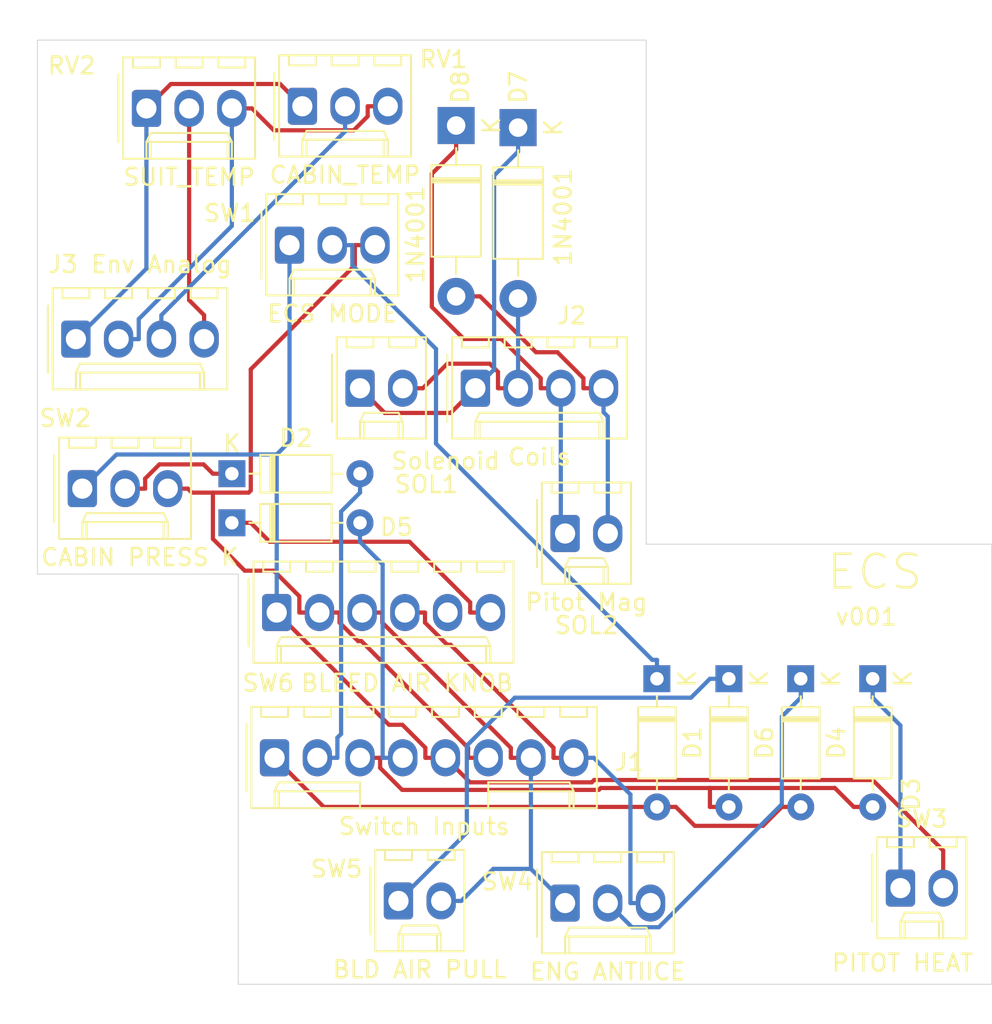
<source format=kicad_pcb>
(kicad_pcb (version 20171130) (host pcbnew "(5.1.5-0-10_14)")

  (general
    (thickness 1.6)
    (drawings 14)
    (tracks 177)
    (zones 0)
    (modules 26)
    (nets 23)
  )

  (page A4)
  (layers
    (0 F.Cu signal)
    (31 B.Cu signal)
    (32 B.Adhes user)
    (33 F.Adhes user)
    (34 B.Paste user)
    (35 F.Paste user)
    (36 B.SilkS user)
    (37 F.SilkS user)
    (38 B.Mask user)
    (39 F.Mask user)
    (40 Dwgs.User user)
    (41 Cmts.User user)
    (42 Eco1.User user)
    (43 Eco2.User user)
    (44 Edge.Cuts user)
    (45 Margin user)
    (46 B.CrtYd user)
    (47 F.CrtYd user)
    (48 B.Fab user)
    (49 F.Fab user)
  )

  (setup
    (last_trace_width 0.25)
    (trace_clearance 0.2)
    (zone_clearance 0.508)
    (zone_45_only no)
    (trace_min 0.2)
    (via_size 0.8)
    (via_drill 0.4)
    (via_min_size 0.4)
    (via_min_drill 0.3)
    (uvia_size 0.3)
    (uvia_drill 0.1)
    (uvias_allowed no)
    (uvia_min_size 0.2)
    (uvia_min_drill 0.1)
    (edge_width 0.05)
    (segment_width 0.2)
    (pcb_text_width 0.3)
    (pcb_text_size 1.5 1.5)
    (mod_edge_width 0.12)
    (mod_text_size 1 1)
    (mod_text_width 0.15)
    (pad_size 1.524 1.524)
    (pad_drill 0.762)
    (pad_to_mask_clearance 0.051)
    (solder_mask_min_width 0.25)
    (aux_axis_origin 0 0)
    (visible_elements FFFFFF7F)
    (pcbplotparams
      (layerselection 0x010fc_ffffffff)
      (usegerberextensions false)
      (usegerberattributes false)
      (usegerberadvancedattributes false)
      (creategerberjobfile false)
      (excludeedgelayer true)
      (linewidth 0.100000)
      (plotframeref false)
      (viasonmask false)
      (mode 1)
      (useauxorigin false)
      (hpglpennumber 1)
      (hpglpenspeed 20)
      (hpglpendiameter 15.000000)
      (psnegative false)
      (psa4output false)
      (plotreference true)
      (plotvalue true)
      (plotinvisibletext false)
      (padsonsilk false)
      (subtractmaskfromsilk false)
      (outputformat 1)
      (mirror false)
      (drillshape 0)
      (scaleselection 1)
      (outputdirectory ""))
  )

  (net 0 "")
  (net 1 /Col1)
  (net 2 "Net-(D1-Pad1)")
  (net 3 /Col2)
  (net 4 "Net-(D2-Pad1)")
  (net 5 /Col3)
  (net 6 "Net-(D3-Pad1)")
  (net 7 "Net-(D4-Pad1)")
  (net 8 /Col4)
  (net 9 "Net-(D5-Pad1)")
  (net 10 "Net-(D6-Pad1)")
  (net 11 /Row4)
  (net 12 /Row3)
  (net 13 /Row2)
  (net 14 /Row1)
  (net 15 /AnaSuitTemp)
  (net 16 /AnaCabinTemp)
  (net 17 /Analog_Gnd)
  (net 18 /Analog+5V)
  (net 19 /Bleed_Air_Sol-)
  (net 20 /Bleed_Air_Sol+)
  (net 21 /Pitot_Mag-)
  (net 22 /Pitot_Mag+)

  (net_class Default "This is the default net class."
    (clearance 0.2)
    (trace_width 0.25)
    (via_dia 0.8)
    (via_drill 0.4)
    (uvia_dia 0.3)
    (uvia_drill 0.1)
    (add_net /AnaCabinTemp)
    (add_net /AnaSuitTemp)
    (add_net /Analog+5V)
    (add_net /Analog_Gnd)
    (add_net /Bleed_Air_Sol+)
    (add_net /Bleed_Air_Sol-)
    (add_net /Col1)
    (add_net /Col2)
    (add_net /Col3)
    (add_net /Col4)
    (add_net /Pitot_Mag+)
    (add_net /Pitot_Mag-)
    (add_net /Row1)
    (add_net /Row2)
    (add_net /Row3)
    (add_net /Row4)
    (add_net "Net-(D1-Pad1)")
    (add_net "Net-(D2-Pad1)")
    (add_net "Net-(D3-Pad1)")
    (add_net "Net-(D4-Pad1)")
    (add_net "Net-(D5-Pad1)")
    (add_net "Net-(D6-Pad1)")
  )

  (module MountingHole:MountingHole_3.2mm_M3 (layer F.Cu) (tedit 56D1B4CB) (tstamp 607125CE)
    (at 109.347 97.79)
    (descr "Mounting Hole 3.2mm, no annular, M3")
    (tags "mounting hole 3.2mm no annular m3")
    (path /607122C1)
    (attr virtual)
    (fp_text reference H5 (at 0 -4.2) (layer F.Fab)
      (effects (font (size 1 1) (thickness 0.15)))
    )
    (fp_text value MountingHole (at 0 4.2) (layer F.Fab)
      (effects (font (size 1 1) (thickness 0.15)))
    )
    (fp_circle (center 0 0) (end 3.45 0) (layer F.CrtYd) (width 0.05))
    (fp_circle (center 0 0) (end 3.2 0) (layer Cmts.User) (width 0.15))
    (fp_text user %R (at 0.3 0) (layer F.Fab)
      (effects (font (size 1 1) (thickness 0.15)))
    )
    (pad 1 np_thru_hole circle (at 0 0) (size 3.2 3.2) (drill 3.2) (layers *.Cu *.Mask))
  )

  (module PT_Library_v001:Molex_1x02_P2.54mm_Vertical (layer F.Cu) (tedit 5B78013E) (tstamp 6067D21F)
    (at 107.315 124.46)
    (descr "Molex KK-254 Interconnect System, old/engineering part number: AE-6410-02A example for new part number: 22-27-2021, 2 Pins (http://www.molex.com/pdm_docs/sd/022272021_sd.pdf), generated with kicad-footprint-generator")
    (tags "connector Molex KK-254 side entry")
    (path /6067E49E)
    (fp_text reference SOL2 (at 1.27 5.461) (layer F.SilkS)
      (effects (font (size 1 1) (thickness 0.15)))
    )
    (fp_text value "Pitot Mag" (at 1.27 4.08) (layer F.SilkS)
      (effects (font (size 1 1) (thickness 0.15)))
    )
    (fp_text user %R (at 1.27 -2.22) (layer F.Fab)
      (effects (font (size 1 1) (thickness 0.15)))
    )
    (fp_line (start 4.31 -3.42) (end -1.77 -3.42) (layer F.CrtYd) (width 0.05))
    (fp_line (start 4.31 3.38) (end 4.31 -3.42) (layer F.CrtYd) (width 0.05))
    (fp_line (start -1.77 3.38) (end 4.31 3.38) (layer F.CrtYd) (width 0.05))
    (fp_line (start -1.77 -3.42) (end -1.77 3.38) (layer F.CrtYd) (width 0.05))
    (fp_line (start 3.34 -2.43) (end 3.34 -3.03) (layer F.SilkS) (width 0.12))
    (fp_line (start 1.74 -2.43) (end 3.34 -2.43) (layer F.SilkS) (width 0.12))
    (fp_line (start 1.74 -3.03) (end 1.74 -2.43) (layer F.SilkS) (width 0.12))
    (fp_line (start 0.8 -2.43) (end 0.8 -3.03) (layer F.SilkS) (width 0.12))
    (fp_line (start -0.8 -2.43) (end 0.8 -2.43) (layer F.SilkS) (width 0.12))
    (fp_line (start -0.8 -3.03) (end -0.8 -2.43) (layer F.SilkS) (width 0.12))
    (fp_line (start 2.29 2.99) (end 2.29 1.99) (layer F.SilkS) (width 0.12))
    (fp_line (start 0.25 2.99) (end 0.25 1.99) (layer F.SilkS) (width 0.12))
    (fp_line (start 2.29 1.46) (end 2.54 1.99) (layer F.SilkS) (width 0.12))
    (fp_line (start 0.25 1.46) (end 2.29 1.46) (layer F.SilkS) (width 0.12))
    (fp_line (start 0 1.99) (end 0.25 1.46) (layer F.SilkS) (width 0.12))
    (fp_line (start 2.54 1.99) (end 2.54 2.99) (layer F.SilkS) (width 0.12))
    (fp_line (start 0 1.99) (end 2.54 1.99) (layer F.SilkS) (width 0.12))
    (fp_line (start 0 2.99) (end 0 1.99) (layer F.SilkS) (width 0.12))
    (fp_line (start -0.562893 0) (end -1.27 0.5) (layer F.Fab) (width 0.1))
    (fp_line (start -1.27 -0.5) (end -0.562893 0) (layer F.Fab) (width 0.1))
    (fp_line (start -1.67 -2) (end -1.67 2) (layer F.SilkS) (width 0.12))
    (fp_line (start 3.92 -3.03) (end -1.38 -3.03) (layer F.SilkS) (width 0.12))
    (fp_line (start 3.92 2.99) (end 3.92 -3.03) (layer F.SilkS) (width 0.12))
    (fp_line (start -1.38 2.99) (end 3.92 2.99) (layer F.SilkS) (width 0.12))
    (fp_line (start -1.38 -3.03) (end -1.38 2.99) (layer F.SilkS) (width 0.12))
    (fp_line (start 3.81 -2.92) (end -1.27 -2.92) (layer F.Fab) (width 0.1))
    (fp_line (start 3.81 2.88) (end 3.81 -2.92) (layer F.Fab) (width 0.1))
    (fp_line (start -1.27 2.88) (end 3.81 2.88) (layer F.Fab) (width 0.1))
    (fp_line (start -1.27 -2.92) (end -1.27 2.88) (layer F.Fab) (width 0.1))
    (pad 2 thru_hole oval (at 2.54 0) (size 1.74 2.2) (drill 1.2) (layers *.Cu *.Mask)
      (net 21 /Pitot_Mag-))
    (pad 1 thru_hole roundrect (at 0 0) (size 1.74 2.2) (drill 1.2) (layers *.Cu *.Mask) (roundrect_rratio 0.143678)
      (net 22 /Pitot_Mag+))
    (model ${KISYS3DMOD}/Connector_Molex.3dshapes/Molex_KK-254_AE-6410-02A_1x02_P2.54mm_Vertical.wrl
      (at (xyz 0 0 0))
      (scale (xyz 1 1 1))
      (rotate (xyz 0 0 0))
    )
  )

  (module PT_Library_v001:Molex_1x04_P2.54mm_Vertical (layer F.Cu) (tedit 5B78013E) (tstamp 6067D0C3)
    (at 101.981 115.824)
    (descr "Molex KK-254 Interconnect System, old/engineering part number: AE-6410-04A example for new part number: 22-27-2041, 4 Pins (http://www.molex.com/pdm_docs/sd/022272021_sd.pdf), generated with kicad-footprint-generator")
    (tags "connector Molex KK-254 side entry")
    (path /60689F74)
    (fp_text reference J2 (at 5.715 -4.318) (layer F.SilkS)
      (effects (font (size 1 1) (thickness 0.15)))
    )
    (fp_text value Coils (at 3.81 4.08) (layer F.SilkS)
      (effects (font (size 1 1) (thickness 0.15)))
    )
    (fp_text user %R (at 3.81 -2.22) (layer F.Fab)
      (effects (font (size 1 1) (thickness 0.15)))
    )
    (fp_line (start 9.39 -3.42) (end -1.77 -3.42) (layer F.CrtYd) (width 0.05))
    (fp_line (start 9.39 3.38) (end 9.39 -3.42) (layer F.CrtYd) (width 0.05))
    (fp_line (start -1.77 3.38) (end 9.39 3.38) (layer F.CrtYd) (width 0.05))
    (fp_line (start -1.77 -3.42) (end -1.77 3.38) (layer F.CrtYd) (width 0.05))
    (fp_line (start 8.42 -2.43) (end 8.42 -3.03) (layer F.SilkS) (width 0.12))
    (fp_line (start 6.82 -2.43) (end 8.42 -2.43) (layer F.SilkS) (width 0.12))
    (fp_line (start 6.82 -3.03) (end 6.82 -2.43) (layer F.SilkS) (width 0.12))
    (fp_line (start 5.88 -2.43) (end 5.88 -3.03) (layer F.SilkS) (width 0.12))
    (fp_line (start 4.28 -2.43) (end 5.88 -2.43) (layer F.SilkS) (width 0.12))
    (fp_line (start 4.28 -3.03) (end 4.28 -2.43) (layer F.SilkS) (width 0.12))
    (fp_line (start 3.34 -2.43) (end 3.34 -3.03) (layer F.SilkS) (width 0.12))
    (fp_line (start 1.74 -2.43) (end 3.34 -2.43) (layer F.SilkS) (width 0.12))
    (fp_line (start 1.74 -3.03) (end 1.74 -2.43) (layer F.SilkS) (width 0.12))
    (fp_line (start 0.8 -2.43) (end 0.8 -3.03) (layer F.SilkS) (width 0.12))
    (fp_line (start -0.8 -2.43) (end 0.8 -2.43) (layer F.SilkS) (width 0.12))
    (fp_line (start -0.8 -3.03) (end -0.8 -2.43) (layer F.SilkS) (width 0.12))
    (fp_line (start 7.37 2.99) (end 7.37 1.99) (layer F.SilkS) (width 0.12))
    (fp_line (start 0.25 2.99) (end 0.25 1.99) (layer F.SilkS) (width 0.12))
    (fp_line (start 7.37 1.46) (end 7.62 1.99) (layer F.SilkS) (width 0.12))
    (fp_line (start 0.25 1.46) (end 7.37 1.46) (layer F.SilkS) (width 0.12))
    (fp_line (start 0 1.99) (end 0.25 1.46) (layer F.SilkS) (width 0.12))
    (fp_line (start 7.62 1.99) (end 7.62 2.99) (layer F.SilkS) (width 0.12))
    (fp_line (start 0 1.99) (end 7.62 1.99) (layer F.SilkS) (width 0.12))
    (fp_line (start 0 2.99) (end 0 1.99) (layer F.SilkS) (width 0.12))
    (fp_line (start -0.562893 0) (end -1.27 0.5) (layer F.Fab) (width 0.1))
    (fp_line (start -1.27 -0.5) (end -0.562893 0) (layer F.Fab) (width 0.1))
    (fp_line (start -1.67 -2) (end -1.67 2) (layer F.SilkS) (width 0.12))
    (fp_line (start 9 -3.03) (end -1.38 -3.03) (layer F.SilkS) (width 0.12))
    (fp_line (start 9 2.99) (end 9 -3.03) (layer F.SilkS) (width 0.12))
    (fp_line (start -1.38 2.99) (end 9 2.99) (layer F.SilkS) (width 0.12))
    (fp_line (start -1.38 -3.03) (end -1.38 2.99) (layer F.SilkS) (width 0.12))
    (fp_line (start 8.89 -2.92) (end -1.27 -2.92) (layer F.Fab) (width 0.1))
    (fp_line (start 8.89 2.88) (end 8.89 -2.92) (layer F.Fab) (width 0.1))
    (fp_line (start -1.27 2.88) (end 8.89 2.88) (layer F.Fab) (width 0.1))
    (fp_line (start -1.27 -2.92) (end -1.27 2.88) (layer F.Fab) (width 0.1))
    (pad 4 thru_hole oval (at 7.62 0) (size 1.74 2.2) (drill 1.2) (layers *.Cu *.Mask)
      (net 21 /Pitot_Mag-))
    (pad 3 thru_hole oval (at 5.08 0) (size 1.74 2.2) (drill 1.2) (layers *.Cu *.Mask)
      (net 22 /Pitot_Mag+))
    (pad 2 thru_hole oval (at 2.54 0) (size 1.74 2.2) (drill 1.2) (layers *.Cu *.Mask)
      (net 19 /Bleed_Air_Sol-))
    (pad 1 thru_hole roundrect (at 0 0) (size 1.74 2.2) (drill 1.2) (layers *.Cu *.Mask) (roundrect_rratio 0.143678)
      (net 20 /Bleed_Air_Sol+))
    (model ${KISYS3DMOD}/Connector_Molex.3dshapes/Molex_KK-254_AE-6410-04A_1x04_P2.54mm_Vertical.wrl
      (at (xyz 0 0 0))
      (scale (xyz 1 1 1))
      (rotate (xyz 0 0 0))
    )
  )

  (module Diode_THT:D_DO-41_SOD81_P10.16mm_Horizontal (layer F.Cu) (tedit 5AE50CD5) (tstamp 6067CFDD)
    (at 100.838 100.203 270)
    (descr "Diode, DO-41_SOD81 series, Axial, Horizontal, pin pitch=10.16mm, , length*diameter=5.2*2.7mm^2, , http://www.diodes.com/_files/packages/DO-41%20(Plastic).pdf")
    (tags "Diode DO-41_SOD81 series Axial Horizontal pin pitch 10.16mm  length 5.2mm diameter 2.7mm")
    (path /6067E4B2)
    (fp_text reference D8 (at -2.286 -0.254 90) (layer F.SilkS)
      (effects (font (size 1 1) (thickness 0.15)))
    )
    (fp_text value 1N4001 (at 6.477 2.413 90) (layer F.SilkS)
      (effects (font (size 1 1) (thickness 0.15)))
    )
    (fp_text user K (at 0 -2.1 90) (layer F.SilkS)
      (effects (font (size 1 1) (thickness 0.15)))
    )
    (fp_text user K (at 0 -2.1 90) (layer F.Fab)
      (effects (font (size 1 1) (thickness 0.15)))
    )
    (fp_text user %R (at 5.47 0 90) (layer F.Fab)
      (effects (font (size 1 1) (thickness 0.15)))
    )
    (fp_line (start 11.51 -1.6) (end -1.35 -1.6) (layer F.CrtYd) (width 0.05))
    (fp_line (start 11.51 1.6) (end 11.51 -1.6) (layer F.CrtYd) (width 0.05))
    (fp_line (start -1.35 1.6) (end 11.51 1.6) (layer F.CrtYd) (width 0.05))
    (fp_line (start -1.35 -1.6) (end -1.35 1.6) (layer F.CrtYd) (width 0.05))
    (fp_line (start 3.14 -1.47) (end 3.14 1.47) (layer F.SilkS) (width 0.12))
    (fp_line (start 3.38 -1.47) (end 3.38 1.47) (layer F.SilkS) (width 0.12))
    (fp_line (start 3.26 -1.47) (end 3.26 1.47) (layer F.SilkS) (width 0.12))
    (fp_line (start 8.82 0) (end 7.8 0) (layer F.SilkS) (width 0.12))
    (fp_line (start 1.34 0) (end 2.36 0) (layer F.SilkS) (width 0.12))
    (fp_line (start 7.8 -1.47) (end 2.36 -1.47) (layer F.SilkS) (width 0.12))
    (fp_line (start 7.8 1.47) (end 7.8 -1.47) (layer F.SilkS) (width 0.12))
    (fp_line (start 2.36 1.47) (end 7.8 1.47) (layer F.SilkS) (width 0.12))
    (fp_line (start 2.36 -1.47) (end 2.36 1.47) (layer F.SilkS) (width 0.12))
    (fp_line (start 3.16 -1.35) (end 3.16 1.35) (layer F.Fab) (width 0.1))
    (fp_line (start 3.36 -1.35) (end 3.36 1.35) (layer F.Fab) (width 0.1))
    (fp_line (start 3.26 -1.35) (end 3.26 1.35) (layer F.Fab) (width 0.1))
    (fp_line (start 10.16 0) (end 7.68 0) (layer F.Fab) (width 0.1))
    (fp_line (start 0 0) (end 2.48 0) (layer F.Fab) (width 0.1))
    (fp_line (start 7.68 -1.35) (end 2.48 -1.35) (layer F.Fab) (width 0.1))
    (fp_line (start 7.68 1.35) (end 7.68 -1.35) (layer F.Fab) (width 0.1))
    (fp_line (start 2.48 1.35) (end 7.68 1.35) (layer F.Fab) (width 0.1))
    (fp_line (start 2.48 -1.35) (end 2.48 1.35) (layer F.Fab) (width 0.1))
    (pad 2 thru_hole oval (at 10.16 0 270) (size 2.2 2.2) (drill 1.1) (layers *.Cu *.Mask)
      (net 21 /Pitot_Mag-))
    (pad 1 thru_hole rect (at 0 0 270) (size 2.2 2.2) (drill 1.1) (layers *.Cu *.Mask)
      (net 22 /Pitot_Mag+))
    (model ${KISYS3DMOD}/Diode_THT.3dshapes/D_DO-41_SOD81_P10.16mm_Horizontal.wrl
      (at (xyz 0 0 0))
      (scale (xyz 1 1 1))
      (rotate (xyz 0 0 0))
    )
  )

  (module PT_Library_v001:Molex_1x06_P2.54mm_Vertical (layer F.Cu) (tedit 5B78013E) (tstamp 6067FD93)
    (at 90.17 129.159)
    (descr "Molex KK-254 Interconnect System, old/engineering part number: AE-6410-06A example for new part number: 22-27-2061, 6 Pins (http://www.molex.com/pdm_docs/sd/022272021_sd.pdf), generated with kicad-footprint-generator")
    (tags "connector Molex KK-254 side entry")
    (path /5FCE7F67)
    (fp_text reference SW6 (at -0.508 4.191) (layer F.SilkS)
      (effects (font (size 1 1) (thickness 0.15)))
    )
    (fp_text value "BLEED AIR KNOB" (at 7.747 4.191) (layer F.SilkS)
      (effects (font (size 1 1) (thickness 0.15)))
    )
    (fp_text user %R (at 6.35 -2.22) (layer F.Fab)
      (effects (font (size 1 1) (thickness 0.15)))
    )
    (fp_line (start 14.47 -3.42) (end -1.77 -3.42) (layer F.CrtYd) (width 0.05))
    (fp_line (start 14.47 3.38) (end 14.47 -3.42) (layer F.CrtYd) (width 0.05))
    (fp_line (start -1.77 3.38) (end 14.47 3.38) (layer F.CrtYd) (width 0.05))
    (fp_line (start -1.77 -3.42) (end -1.77 3.38) (layer F.CrtYd) (width 0.05))
    (fp_line (start 13.5 -2.43) (end 13.5 -3.03) (layer F.SilkS) (width 0.12))
    (fp_line (start 11.9 -2.43) (end 13.5 -2.43) (layer F.SilkS) (width 0.12))
    (fp_line (start 11.9 -3.03) (end 11.9 -2.43) (layer F.SilkS) (width 0.12))
    (fp_line (start 10.96 -2.43) (end 10.96 -3.03) (layer F.SilkS) (width 0.12))
    (fp_line (start 9.36 -2.43) (end 10.96 -2.43) (layer F.SilkS) (width 0.12))
    (fp_line (start 9.36 -3.03) (end 9.36 -2.43) (layer F.SilkS) (width 0.12))
    (fp_line (start 8.42 -2.43) (end 8.42 -3.03) (layer F.SilkS) (width 0.12))
    (fp_line (start 6.82 -2.43) (end 8.42 -2.43) (layer F.SilkS) (width 0.12))
    (fp_line (start 6.82 -3.03) (end 6.82 -2.43) (layer F.SilkS) (width 0.12))
    (fp_line (start 5.88 -2.43) (end 5.88 -3.03) (layer F.SilkS) (width 0.12))
    (fp_line (start 4.28 -2.43) (end 5.88 -2.43) (layer F.SilkS) (width 0.12))
    (fp_line (start 4.28 -3.03) (end 4.28 -2.43) (layer F.SilkS) (width 0.12))
    (fp_line (start 3.34 -2.43) (end 3.34 -3.03) (layer F.SilkS) (width 0.12))
    (fp_line (start 1.74 -2.43) (end 3.34 -2.43) (layer F.SilkS) (width 0.12))
    (fp_line (start 1.74 -3.03) (end 1.74 -2.43) (layer F.SilkS) (width 0.12))
    (fp_line (start 0.8 -2.43) (end 0.8 -3.03) (layer F.SilkS) (width 0.12))
    (fp_line (start -0.8 -2.43) (end 0.8 -2.43) (layer F.SilkS) (width 0.12))
    (fp_line (start -0.8 -3.03) (end -0.8 -2.43) (layer F.SilkS) (width 0.12))
    (fp_line (start 12.45 2.99) (end 12.45 1.99) (layer F.SilkS) (width 0.12))
    (fp_line (start 0.25 2.99) (end 0.25 1.99) (layer F.SilkS) (width 0.12))
    (fp_line (start 12.45 1.46) (end 12.7 1.99) (layer F.SilkS) (width 0.12))
    (fp_line (start 0.25 1.46) (end 12.45 1.46) (layer F.SilkS) (width 0.12))
    (fp_line (start 0 1.99) (end 0.25 1.46) (layer F.SilkS) (width 0.12))
    (fp_line (start 12.7 1.99) (end 12.7 2.99) (layer F.SilkS) (width 0.12))
    (fp_line (start 0 1.99) (end 12.7 1.99) (layer F.SilkS) (width 0.12))
    (fp_line (start 0 2.99) (end 0 1.99) (layer F.SilkS) (width 0.12))
    (fp_line (start -0.562893 0) (end -1.27 0.5) (layer F.Fab) (width 0.1))
    (fp_line (start -1.27 -0.5) (end -0.562893 0) (layer F.Fab) (width 0.1))
    (fp_line (start -1.67 -2) (end -1.67 2) (layer F.SilkS) (width 0.12))
    (fp_line (start 14.08 -3.03) (end -1.38 -3.03) (layer F.SilkS) (width 0.12))
    (fp_line (start 14.08 2.99) (end 14.08 -3.03) (layer F.SilkS) (width 0.12))
    (fp_line (start -1.38 2.99) (end 14.08 2.99) (layer F.SilkS) (width 0.12))
    (fp_line (start -1.38 -3.03) (end -1.38 2.99) (layer F.SilkS) (width 0.12))
    (fp_line (start 13.97 -2.92) (end -1.27 -2.92) (layer F.Fab) (width 0.1))
    (fp_line (start 13.97 2.88) (end 13.97 -2.92) (layer F.Fab) (width 0.1))
    (fp_line (start -1.27 2.88) (end 13.97 2.88) (layer F.Fab) (width 0.1))
    (fp_line (start -1.27 -2.92) (end -1.27 2.88) (layer F.Fab) (width 0.1))
    (pad 6 thru_hole oval (at 12.7 0) (size 1.74 2.2) (drill 1.2) (layers *.Cu *.Mask)
      (net 9 "Net-(D5-Pad1)"))
    (pad 5 thru_hole oval (at 10.16 0) (size 1.74 2.2) (drill 1.2) (layers *.Cu *.Mask))
    (pad 4 thru_hole oval (at 7.62 0) (size 1.74 2.2) (drill 1.2) (layers *.Cu *.Mask)
      (net 11 /Row4))
    (pad 3 thru_hole oval (at 5.08 0) (size 1.74 2.2) (drill 1.2) (layers *.Cu *.Mask)
      (net 12 /Row3))
    (pad 2 thru_hole oval (at 2.54 0) (size 1.74 2.2) (drill 1.2) (layers *.Cu *.Mask)
      (net 13 /Row2))
    (pad 1 thru_hole roundrect (at 0 0) (size 1.74 2.2) (drill 1.2) (layers *.Cu *.Mask) (roundrect_rratio 0.143678)
      (net 14 /Row1))
    (model ${KISYS3DMOD}/Connector_Molex.3dshapes/Molex_KK-254_AE-6410-06A_1x06_P2.54mm_Vertical.wrl
      (at (xyz 0 0 0))
      (scale (xyz 1 1 1))
      (rotate (xyz 0 0 0))
    )
  )

  (module PT_Library_v001:D_Signal_P7.62mm_Horizontal (layer F.Cu) (tedit 5AE50CD5) (tstamp 6067EDDD)
    (at 87.503 123.825)
    (descr "Diode, DO-35_SOD27 series, Axial, Horizontal, pin pitch=7.62mm, , length*diameter=4*2mm^2, , http://www.diodes.com/_files/packages/DO-35.pdf")
    (tags "Diode DO-35_SOD27 series Axial Horizontal pin pitch 7.62mm  length 4mm diameter 2mm")
    (path /5FCED343)
    (fp_text reference D5 (at 9.779 0.254) (layer F.SilkS)
      (effects (font (size 1 1) (thickness 0.15)))
    )
    (fp_text value D (at 3.81 2.12) (layer F.Fab)
      (effects (font (size 1 1) (thickness 0.15)))
    )
    (fp_text user K (at -0.127 2.032) (layer F.SilkS)
      (effects (font (size 1 1) (thickness 0.15)))
    )
    (fp_text user K (at 0 -1.8) (layer F.Fab)
      (effects (font (size 1 1) (thickness 0.15)))
    )
    (fp_text user %R (at 4.11 0) (layer F.Fab)
      (effects (font (size 0.8 0.8) (thickness 0.12)))
    )
    (fp_line (start 8.67 -1.25) (end -1.05 -1.25) (layer F.CrtYd) (width 0.05))
    (fp_line (start 8.67 1.25) (end 8.67 -1.25) (layer F.CrtYd) (width 0.05))
    (fp_line (start -1.05 1.25) (end 8.67 1.25) (layer F.CrtYd) (width 0.05))
    (fp_line (start -1.05 -1.25) (end -1.05 1.25) (layer F.CrtYd) (width 0.05))
    (fp_line (start 2.29 -1.12) (end 2.29 1.12) (layer F.SilkS) (width 0.12))
    (fp_line (start 2.53 -1.12) (end 2.53 1.12) (layer F.SilkS) (width 0.12))
    (fp_line (start 2.41 -1.12) (end 2.41 1.12) (layer F.SilkS) (width 0.12))
    (fp_line (start 6.58 0) (end 5.93 0) (layer F.SilkS) (width 0.12))
    (fp_line (start 1.04 0) (end 1.69 0) (layer F.SilkS) (width 0.12))
    (fp_line (start 5.93 -1.12) (end 1.69 -1.12) (layer F.SilkS) (width 0.12))
    (fp_line (start 5.93 1.12) (end 5.93 -1.12) (layer F.SilkS) (width 0.12))
    (fp_line (start 1.69 1.12) (end 5.93 1.12) (layer F.SilkS) (width 0.12))
    (fp_line (start 1.69 -1.12) (end 1.69 1.12) (layer F.SilkS) (width 0.12))
    (fp_line (start 2.31 -1) (end 2.31 1) (layer F.Fab) (width 0.1))
    (fp_line (start 2.51 -1) (end 2.51 1) (layer F.Fab) (width 0.1))
    (fp_line (start 2.41 -1) (end 2.41 1) (layer F.Fab) (width 0.1))
    (fp_line (start 7.62 0) (end 5.81 0) (layer F.Fab) (width 0.1))
    (fp_line (start 0 0) (end 1.81 0) (layer F.Fab) (width 0.1))
    (fp_line (start 5.81 -1) (end 1.81 -1) (layer F.Fab) (width 0.1))
    (fp_line (start 5.81 1) (end 5.81 -1) (layer F.Fab) (width 0.1))
    (fp_line (start 1.81 1) (end 5.81 1) (layer F.Fab) (width 0.1))
    (fp_line (start 1.81 -1) (end 1.81 1) (layer F.Fab) (width 0.1))
    (pad 2 thru_hole oval (at 7.62 0) (size 1.6 1.6) (drill 0.8) (layers *.Cu *.Mask)
      (net 8 /Col4))
    (pad 1 thru_hole rect (at 0 0) (size 1.6 1.6) (drill 0.8) (layers *.Cu *.Mask)
      (net 9 "Net-(D5-Pad1)"))
    (model ${KISYS3DMOD}/Diode_THT.3dshapes/D_DO-35_SOD27_P7.62mm_Horizontal.wrl
      (at (xyz 0 0 0))
      (scale (xyz 1 1 1))
      (rotate (xyz 0 0 0))
    )
  )

  (module MountingHole:MountingHole_3.2mm_M3 (layer F.Cu) (tedit 56D1B4CB) (tstamp 6067BDD6)
    (at 117.856 148.59)
    (descr "Mounting Hole 3.2mm, no annular, M3")
    (tags "mounting hole 3.2mm no annular m3")
    (path /60691268)
    (attr virtual)
    (fp_text reference H4 (at 0 -4.2) (layer F.SilkS) hide
      (effects (font (size 1 1) (thickness 0.15)))
    )
    (fp_text value MountingHole (at 0 4.2) (layer F.Fab)
      (effects (font (size 1 1) (thickness 0.15)))
    )
    (fp_circle (center 0 0) (end 3.45 0) (layer F.CrtYd) (width 0.05))
    (fp_circle (center 0 0) (end 3.2 0) (layer Cmts.User) (width 0.15))
    (fp_text user %R (at 0.3 0) (layer F.Fab)
      (effects (font (size 1 1) (thickness 0.15)))
    )
    (pad 1 np_thru_hole circle (at 0 0) (size 3.2 3.2) (drill 3.2) (layers *.Cu *.Mask))
  )

  (module PT_Library_v001:Molex_1x02_P2.54mm_Vertical (layer F.Cu) (tedit 5B78013E) (tstamp 6067BF9C)
    (at 97.409 146.304)
    (descr "Molex KK-254 Interconnect System, old/engineering part number: AE-6410-02A example for new part number: 22-27-2021, 2 Pins (http://www.molex.com/pdm_docs/sd/022272021_sd.pdf), generated with kicad-footprint-generator")
    (tags "connector Molex KK-254 side entry")
    (path /5FCF0D4C)
    (fp_text reference SW5 (at -3.683 -1.905) (layer F.SilkS)
      (effects (font (size 1 1) (thickness 0.15)))
    )
    (fp_text value "BLD AIR PULL" (at 1.27 4.08) (layer F.SilkS)
      (effects (font (size 1 1) (thickness 0.15)))
    )
    (fp_text user %R (at 1.27 -2.22) (layer F.Fab)
      (effects (font (size 1 1) (thickness 0.15)))
    )
    (fp_line (start 4.31 -3.42) (end -1.77 -3.42) (layer F.CrtYd) (width 0.05))
    (fp_line (start 4.31 3.38) (end 4.31 -3.42) (layer F.CrtYd) (width 0.05))
    (fp_line (start -1.77 3.38) (end 4.31 3.38) (layer F.CrtYd) (width 0.05))
    (fp_line (start -1.77 -3.42) (end -1.77 3.38) (layer F.CrtYd) (width 0.05))
    (fp_line (start 3.34 -2.43) (end 3.34 -3.03) (layer F.SilkS) (width 0.12))
    (fp_line (start 1.74 -2.43) (end 3.34 -2.43) (layer F.SilkS) (width 0.12))
    (fp_line (start 1.74 -3.03) (end 1.74 -2.43) (layer F.SilkS) (width 0.12))
    (fp_line (start 0.8 -2.43) (end 0.8 -3.03) (layer F.SilkS) (width 0.12))
    (fp_line (start -0.8 -2.43) (end 0.8 -2.43) (layer F.SilkS) (width 0.12))
    (fp_line (start -0.8 -3.03) (end -0.8 -2.43) (layer F.SilkS) (width 0.12))
    (fp_line (start 2.29 2.99) (end 2.29 1.99) (layer F.SilkS) (width 0.12))
    (fp_line (start 0.25 2.99) (end 0.25 1.99) (layer F.SilkS) (width 0.12))
    (fp_line (start 2.29 1.46) (end 2.54 1.99) (layer F.SilkS) (width 0.12))
    (fp_line (start 0.25 1.46) (end 2.29 1.46) (layer F.SilkS) (width 0.12))
    (fp_line (start 0 1.99) (end 0.25 1.46) (layer F.SilkS) (width 0.12))
    (fp_line (start 2.54 1.99) (end 2.54 2.99) (layer F.SilkS) (width 0.12))
    (fp_line (start 0 1.99) (end 2.54 1.99) (layer F.SilkS) (width 0.12))
    (fp_line (start 0 2.99) (end 0 1.99) (layer F.SilkS) (width 0.12))
    (fp_line (start -0.562893 0) (end -1.27 0.5) (layer F.Fab) (width 0.1))
    (fp_line (start -1.27 -0.5) (end -0.562893 0) (layer F.Fab) (width 0.1))
    (fp_line (start -1.67 -2) (end -1.67 2) (layer F.SilkS) (width 0.12))
    (fp_line (start 3.92 -3.03) (end -1.38 -3.03) (layer F.SilkS) (width 0.12))
    (fp_line (start 3.92 2.99) (end 3.92 -3.03) (layer F.SilkS) (width 0.12))
    (fp_line (start -1.38 2.99) (end 3.92 2.99) (layer F.SilkS) (width 0.12))
    (fp_line (start -1.38 -3.03) (end -1.38 2.99) (layer F.SilkS) (width 0.12))
    (fp_line (start 3.81 -2.92) (end -1.27 -2.92) (layer F.Fab) (width 0.1))
    (fp_line (start 3.81 2.88) (end 3.81 -2.92) (layer F.Fab) (width 0.1))
    (fp_line (start -1.27 2.88) (end 3.81 2.88) (layer F.Fab) (width 0.1))
    (fp_line (start -1.27 -2.92) (end -1.27 2.88) (layer F.Fab) (width 0.1))
    (pad 2 thru_hole oval (at 2.54 0) (size 1.74 2.2) (drill 1.2) (layers *.Cu *.Mask)
      (net 12 /Row3))
    (pad 1 thru_hole roundrect (at 0 0) (size 1.74 2.2) (drill 1.2) (layers *.Cu *.Mask) (roundrect_rratio 0.143678)
      (net 10 "Net-(D6-Pad1)"))
    (model ${KISYS3DMOD}/Connector_Molex.3dshapes/Molex_KK-254_AE-6410-02A_1x02_P2.54mm_Vertical.wrl
      (at (xyz 0 0 0))
      (scale (xyz 1 1 1))
      (rotate (xyz 0 0 0))
    )
  )

  (module PT_Library_v001:Molex_1x03_P2.54mm_Vertical (layer F.Cu) (tedit 5B78013E) (tstamp 6067BF78)
    (at 107.315 146.431)
    (descr "Molex KK-254 Interconnect System, old/engineering part number: AE-6410-03A example for new part number: 22-27-2031, 3 Pins (http://www.molex.com/pdm_docs/sd/022272021_sd.pdf), generated with kicad-footprint-generator")
    (tags "connector Molex KK-254 side entry")
    (path /5FCE96B5)
    (fp_text reference SW4 (at -3.429 -1.27) (layer F.SilkS)
      (effects (font (size 1 1) (thickness 0.15)))
    )
    (fp_text value "ENG ANTIICE" (at 2.54 4.08) (layer F.SilkS)
      (effects (font (size 1 1) (thickness 0.15)))
    )
    (fp_text user %R (at 2.54 -2.22) (layer F.Fab)
      (effects (font (size 1 1) (thickness 0.15)))
    )
    (fp_line (start 6.85 -3.42) (end -1.77 -3.42) (layer F.CrtYd) (width 0.05))
    (fp_line (start 6.85 3.38) (end 6.85 -3.42) (layer F.CrtYd) (width 0.05))
    (fp_line (start -1.77 3.38) (end 6.85 3.38) (layer F.CrtYd) (width 0.05))
    (fp_line (start -1.77 -3.42) (end -1.77 3.38) (layer F.CrtYd) (width 0.05))
    (fp_line (start 5.88 -2.43) (end 5.88 -3.03) (layer F.SilkS) (width 0.12))
    (fp_line (start 4.28 -2.43) (end 5.88 -2.43) (layer F.SilkS) (width 0.12))
    (fp_line (start 4.28 -3.03) (end 4.28 -2.43) (layer F.SilkS) (width 0.12))
    (fp_line (start 3.34 -2.43) (end 3.34 -3.03) (layer F.SilkS) (width 0.12))
    (fp_line (start 1.74 -2.43) (end 3.34 -2.43) (layer F.SilkS) (width 0.12))
    (fp_line (start 1.74 -3.03) (end 1.74 -2.43) (layer F.SilkS) (width 0.12))
    (fp_line (start 0.8 -2.43) (end 0.8 -3.03) (layer F.SilkS) (width 0.12))
    (fp_line (start -0.8 -2.43) (end 0.8 -2.43) (layer F.SilkS) (width 0.12))
    (fp_line (start -0.8 -3.03) (end -0.8 -2.43) (layer F.SilkS) (width 0.12))
    (fp_line (start 4.83 2.99) (end 4.83 1.99) (layer F.SilkS) (width 0.12))
    (fp_line (start 0.25 2.99) (end 0.25 1.99) (layer F.SilkS) (width 0.12))
    (fp_line (start 4.83 1.46) (end 5.08 1.99) (layer F.SilkS) (width 0.12))
    (fp_line (start 0.25 1.46) (end 4.83 1.46) (layer F.SilkS) (width 0.12))
    (fp_line (start 0 1.99) (end 0.25 1.46) (layer F.SilkS) (width 0.12))
    (fp_line (start 5.08 1.99) (end 5.08 2.99) (layer F.SilkS) (width 0.12))
    (fp_line (start 0 1.99) (end 5.08 1.99) (layer F.SilkS) (width 0.12))
    (fp_line (start 0 2.99) (end 0 1.99) (layer F.SilkS) (width 0.12))
    (fp_line (start -0.562893 0) (end -1.27 0.5) (layer F.Fab) (width 0.1))
    (fp_line (start -1.27 -0.5) (end -0.562893 0) (layer F.Fab) (width 0.1))
    (fp_line (start -1.67 -2) (end -1.67 2) (layer F.SilkS) (width 0.12))
    (fp_line (start 6.46 -3.03) (end -1.38 -3.03) (layer F.SilkS) (width 0.12))
    (fp_line (start 6.46 2.99) (end 6.46 -3.03) (layer F.SilkS) (width 0.12))
    (fp_line (start -1.38 2.99) (end 6.46 2.99) (layer F.SilkS) (width 0.12))
    (fp_line (start -1.38 -3.03) (end -1.38 2.99) (layer F.SilkS) (width 0.12))
    (fp_line (start 6.35 -2.92) (end -1.27 -2.92) (layer F.Fab) (width 0.1))
    (fp_line (start 6.35 2.88) (end 6.35 -2.92) (layer F.Fab) (width 0.1))
    (fp_line (start -1.27 2.88) (end 6.35 2.88) (layer F.Fab) (width 0.1))
    (fp_line (start -1.27 -2.92) (end -1.27 2.88) (layer F.Fab) (width 0.1))
    (pad 3 thru_hole oval (at 5.08 0) (size 1.74 2.2) (drill 1.2) (layers *.Cu *.Mask)
      (net 11 /Row4))
    (pad 2 thru_hole oval (at 2.54 0) (size 1.74 2.2) (drill 1.2) (layers *.Cu *.Mask)
      (net 7 "Net-(D4-Pad1)"))
    (pad 1 thru_hole roundrect (at 0 0) (size 1.74 2.2) (drill 1.2) (layers *.Cu *.Mask) (roundrect_rratio 0.143678)
      (net 12 /Row3))
    (model ${KISYS3DMOD}/Connector_Molex.3dshapes/Molex_KK-254_AE-6410-03A_1x03_P2.54mm_Vertical.wrl
      (at (xyz 0 0 0))
      (scale (xyz 1 1 1))
      (rotate (xyz 0 0 0))
    )
  )

  (module PT_Library_v001:Molex_1x02_P2.54mm_Vertical (layer F.Cu) (tedit 5B78013E) (tstamp 6067BF50)
    (at 127.254 145.542)
    (descr "Molex KK-254 Interconnect System, old/engineering part number: AE-6410-02A example for new part number: 22-27-2021, 2 Pins (http://www.molex.com/pdm_docs/sd/022272021_sd.pdf), generated with kicad-footprint-generator")
    (tags "connector Molex KK-254 side entry")
    (path /5FD0D946)
    (fp_text reference SW3 (at 1.27 -4.12) (layer F.SilkS)
      (effects (font (size 1 1) (thickness 0.15)))
    )
    (fp_text value "PITOT HEAT" (at 0.127 4.445) (layer F.SilkS)
      (effects (font (size 1 1) (thickness 0.15)))
    )
    (fp_text user %R (at 1.27 -2.22) (layer F.Fab)
      (effects (font (size 1 1) (thickness 0.15)))
    )
    (fp_line (start 4.31 -3.42) (end -1.77 -3.42) (layer F.CrtYd) (width 0.05))
    (fp_line (start 4.31 3.38) (end 4.31 -3.42) (layer F.CrtYd) (width 0.05))
    (fp_line (start -1.77 3.38) (end 4.31 3.38) (layer F.CrtYd) (width 0.05))
    (fp_line (start -1.77 -3.42) (end -1.77 3.38) (layer F.CrtYd) (width 0.05))
    (fp_line (start 3.34 -2.43) (end 3.34 -3.03) (layer F.SilkS) (width 0.12))
    (fp_line (start 1.74 -2.43) (end 3.34 -2.43) (layer F.SilkS) (width 0.12))
    (fp_line (start 1.74 -3.03) (end 1.74 -2.43) (layer F.SilkS) (width 0.12))
    (fp_line (start 0.8 -2.43) (end 0.8 -3.03) (layer F.SilkS) (width 0.12))
    (fp_line (start -0.8 -2.43) (end 0.8 -2.43) (layer F.SilkS) (width 0.12))
    (fp_line (start -0.8 -3.03) (end -0.8 -2.43) (layer F.SilkS) (width 0.12))
    (fp_line (start 2.29 2.99) (end 2.29 1.99) (layer F.SilkS) (width 0.12))
    (fp_line (start 0.25 2.99) (end 0.25 1.99) (layer F.SilkS) (width 0.12))
    (fp_line (start 2.29 1.46) (end 2.54 1.99) (layer F.SilkS) (width 0.12))
    (fp_line (start 0.25 1.46) (end 2.29 1.46) (layer F.SilkS) (width 0.12))
    (fp_line (start 0 1.99) (end 0.25 1.46) (layer F.SilkS) (width 0.12))
    (fp_line (start 2.54 1.99) (end 2.54 2.99) (layer F.SilkS) (width 0.12))
    (fp_line (start 0 1.99) (end 2.54 1.99) (layer F.SilkS) (width 0.12))
    (fp_line (start 0 2.99) (end 0 1.99) (layer F.SilkS) (width 0.12))
    (fp_line (start -0.562893 0) (end -1.27 0.5) (layer F.Fab) (width 0.1))
    (fp_line (start -1.27 -0.5) (end -0.562893 0) (layer F.Fab) (width 0.1))
    (fp_line (start -1.67 -2) (end -1.67 2) (layer F.SilkS) (width 0.12))
    (fp_line (start 3.92 -3.03) (end -1.38 -3.03) (layer F.SilkS) (width 0.12))
    (fp_line (start 3.92 2.99) (end 3.92 -3.03) (layer F.SilkS) (width 0.12))
    (fp_line (start -1.38 2.99) (end 3.92 2.99) (layer F.SilkS) (width 0.12))
    (fp_line (start -1.38 -3.03) (end -1.38 2.99) (layer F.SilkS) (width 0.12))
    (fp_line (start 3.81 -2.92) (end -1.27 -2.92) (layer F.Fab) (width 0.1))
    (fp_line (start 3.81 2.88) (end 3.81 -2.92) (layer F.Fab) (width 0.1))
    (fp_line (start -1.27 2.88) (end 3.81 2.88) (layer F.Fab) (width 0.1))
    (fp_line (start -1.27 -2.92) (end -1.27 2.88) (layer F.Fab) (width 0.1))
    (pad 2 thru_hole oval (at 2.54 0) (size 1.74 2.2) (drill 1.2) (layers *.Cu *.Mask)
      (net 14 /Row1))
    (pad 1 thru_hole roundrect (at 0 0) (size 1.74 2.2) (drill 1.2) (layers *.Cu *.Mask) (roundrect_rratio 0.143678)
      (net 6 "Net-(D3-Pad1)"))
    (model ${KISYS3DMOD}/Connector_Molex.3dshapes/Molex_KK-254_AE-6410-02A_1x02_P2.54mm_Vertical.wrl
      (at (xyz 0 0 0))
      (scale (xyz 1 1 1))
      (rotate (xyz 0 0 0))
    )
  )

  (module PT_Library_v001:Molex_1x03_P2.54mm_Vertical (layer F.Cu) (tedit 5B78013E) (tstamp 6067BF2C)
    (at 78.613 121.793)
    (descr "Molex KK-254 Interconnect System, old/engineering part number: AE-6410-03A example for new part number: 22-27-2031, 3 Pins (http://www.molex.com/pdm_docs/sd/022272021_sd.pdf), generated with kicad-footprint-generator")
    (tags "connector Molex KK-254 side entry")
    (path /5FCE046B)
    (fp_text reference SW2 (at -1.016 -4.191) (layer F.SilkS)
      (effects (font (size 1 1) (thickness 0.15)))
    )
    (fp_text value "CABIN PRESS" (at 2.54 4.08) (layer F.SilkS)
      (effects (font (size 1 1) (thickness 0.15)))
    )
    (fp_text user %R (at 2.54 -2.22) (layer F.Fab)
      (effects (font (size 1 1) (thickness 0.15)))
    )
    (fp_line (start 6.85 -3.42) (end -1.77 -3.42) (layer F.CrtYd) (width 0.05))
    (fp_line (start 6.85 3.38) (end 6.85 -3.42) (layer F.CrtYd) (width 0.05))
    (fp_line (start -1.77 3.38) (end 6.85 3.38) (layer F.CrtYd) (width 0.05))
    (fp_line (start -1.77 -3.42) (end -1.77 3.38) (layer F.CrtYd) (width 0.05))
    (fp_line (start 5.88 -2.43) (end 5.88 -3.03) (layer F.SilkS) (width 0.12))
    (fp_line (start 4.28 -2.43) (end 5.88 -2.43) (layer F.SilkS) (width 0.12))
    (fp_line (start 4.28 -3.03) (end 4.28 -2.43) (layer F.SilkS) (width 0.12))
    (fp_line (start 3.34 -2.43) (end 3.34 -3.03) (layer F.SilkS) (width 0.12))
    (fp_line (start 1.74 -2.43) (end 3.34 -2.43) (layer F.SilkS) (width 0.12))
    (fp_line (start 1.74 -3.03) (end 1.74 -2.43) (layer F.SilkS) (width 0.12))
    (fp_line (start 0.8 -2.43) (end 0.8 -3.03) (layer F.SilkS) (width 0.12))
    (fp_line (start -0.8 -2.43) (end 0.8 -2.43) (layer F.SilkS) (width 0.12))
    (fp_line (start -0.8 -3.03) (end -0.8 -2.43) (layer F.SilkS) (width 0.12))
    (fp_line (start 4.83 2.99) (end 4.83 1.99) (layer F.SilkS) (width 0.12))
    (fp_line (start 0.25 2.99) (end 0.25 1.99) (layer F.SilkS) (width 0.12))
    (fp_line (start 4.83 1.46) (end 5.08 1.99) (layer F.SilkS) (width 0.12))
    (fp_line (start 0.25 1.46) (end 4.83 1.46) (layer F.SilkS) (width 0.12))
    (fp_line (start 0 1.99) (end 0.25 1.46) (layer F.SilkS) (width 0.12))
    (fp_line (start 5.08 1.99) (end 5.08 2.99) (layer F.SilkS) (width 0.12))
    (fp_line (start 0 1.99) (end 5.08 1.99) (layer F.SilkS) (width 0.12))
    (fp_line (start 0 2.99) (end 0 1.99) (layer F.SilkS) (width 0.12))
    (fp_line (start -0.562893 0) (end -1.27 0.5) (layer F.Fab) (width 0.1))
    (fp_line (start -1.27 -0.5) (end -0.562893 0) (layer F.Fab) (width 0.1))
    (fp_line (start -1.67 -2) (end -1.67 2) (layer F.SilkS) (width 0.12))
    (fp_line (start 6.46 -3.03) (end -1.38 -3.03) (layer F.SilkS) (width 0.12))
    (fp_line (start 6.46 2.99) (end 6.46 -3.03) (layer F.SilkS) (width 0.12))
    (fp_line (start -1.38 2.99) (end 6.46 2.99) (layer F.SilkS) (width 0.12))
    (fp_line (start -1.38 -3.03) (end -1.38 2.99) (layer F.SilkS) (width 0.12))
    (fp_line (start 6.35 -2.92) (end -1.27 -2.92) (layer F.Fab) (width 0.1))
    (fp_line (start 6.35 2.88) (end 6.35 -2.92) (layer F.Fab) (width 0.1))
    (fp_line (start -1.27 2.88) (end 6.35 2.88) (layer F.Fab) (width 0.1))
    (fp_line (start -1.27 -2.92) (end -1.27 2.88) (layer F.Fab) (width 0.1))
    (pad 3 thru_hole oval (at 5.08 0) (size 1.74 2.2) (drill 1.2) (layers *.Cu *.Mask)
      (net 13 /Row2))
    (pad 2 thru_hole oval (at 2.54 0) (size 1.74 2.2) (drill 1.2) (layers *.Cu *.Mask)
      (net 4 "Net-(D2-Pad1)"))
    (pad 1 thru_hole roundrect (at 0 0) (size 1.74 2.2) (drill 1.2) (layers *.Cu *.Mask) (roundrect_rratio 0.143678)
      (net 14 /Row1))
    (model ${KISYS3DMOD}/Connector_Molex.3dshapes/Molex_KK-254_AE-6410-03A_1x03_P2.54mm_Vertical.wrl
      (at (xyz 0 0 0))
      (scale (xyz 1 1 1))
      (rotate (xyz 0 0 0))
    )
  )

  (module PT_Library_v001:Molex_1x03_P2.54mm_Vertical (layer F.Cu) (tedit 5B78013E) (tstamp 6067BF04)
    (at 90.932 107.315)
    (descr "Molex KK-254 Interconnect System, old/engineering part number: AE-6410-03A example for new part number: 22-27-2031, 3 Pins (http://www.molex.com/pdm_docs/sd/022272021_sd.pdf), generated with kicad-footprint-generator")
    (tags "connector Molex KK-254 side entry")
    (path /5FC1E955)
    (fp_text reference SW1 (at -3.556 -1.905) (layer F.SilkS)
      (effects (font (size 1 1) (thickness 0.15)))
    )
    (fp_text value "ECS MODE" (at 2.54 4.08) (layer F.SilkS)
      (effects (font (size 1 1) (thickness 0.15)))
    )
    (fp_text user %R (at 2.54 -2.22) (layer F.Fab)
      (effects (font (size 1 1) (thickness 0.15)))
    )
    (fp_line (start 6.85 -3.42) (end -1.77 -3.42) (layer F.CrtYd) (width 0.05))
    (fp_line (start 6.85 3.38) (end 6.85 -3.42) (layer F.CrtYd) (width 0.05))
    (fp_line (start -1.77 3.38) (end 6.85 3.38) (layer F.CrtYd) (width 0.05))
    (fp_line (start -1.77 -3.42) (end -1.77 3.38) (layer F.CrtYd) (width 0.05))
    (fp_line (start 5.88 -2.43) (end 5.88 -3.03) (layer F.SilkS) (width 0.12))
    (fp_line (start 4.28 -2.43) (end 5.88 -2.43) (layer F.SilkS) (width 0.12))
    (fp_line (start 4.28 -3.03) (end 4.28 -2.43) (layer F.SilkS) (width 0.12))
    (fp_line (start 3.34 -2.43) (end 3.34 -3.03) (layer F.SilkS) (width 0.12))
    (fp_line (start 1.74 -2.43) (end 3.34 -2.43) (layer F.SilkS) (width 0.12))
    (fp_line (start 1.74 -3.03) (end 1.74 -2.43) (layer F.SilkS) (width 0.12))
    (fp_line (start 0.8 -2.43) (end 0.8 -3.03) (layer F.SilkS) (width 0.12))
    (fp_line (start -0.8 -2.43) (end 0.8 -2.43) (layer F.SilkS) (width 0.12))
    (fp_line (start -0.8 -3.03) (end -0.8 -2.43) (layer F.SilkS) (width 0.12))
    (fp_line (start 4.83 2.99) (end 4.83 1.99) (layer F.SilkS) (width 0.12))
    (fp_line (start 0.25 2.99) (end 0.25 1.99) (layer F.SilkS) (width 0.12))
    (fp_line (start 4.83 1.46) (end 5.08 1.99) (layer F.SilkS) (width 0.12))
    (fp_line (start 0.25 1.46) (end 4.83 1.46) (layer F.SilkS) (width 0.12))
    (fp_line (start 0 1.99) (end 0.25 1.46) (layer F.SilkS) (width 0.12))
    (fp_line (start 5.08 1.99) (end 5.08 2.99) (layer F.SilkS) (width 0.12))
    (fp_line (start 0 1.99) (end 5.08 1.99) (layer F.SilkS) (width 0.12))
    (fp_line (start 0 2.99) (end 0 1.99) (layer F.SilkS) (width 0.12))
    (fp_line (start -0.562893 0) (end -1.27 0.5) (layer F.Fab) (width 0.1))
    (fp_line (start -1.27 -0.5) (end -0.562893 0) (layer F.Fab) (width 0.1))
    (fp_line (start -1.67 -2) (end -1.67 2) (layer F.SilkS) (width 0.12))
    (fp_line (start 6.46 -3.03) (end -1.38 -3.03) (layer F.SilkS) (width 0.12))
    (fp_line (start 6.46 2.99) (end 6.46 -3.03) (layer F.SilkS) (width 0.12))
    (fp_line (start -1.38 2.99) (end 6.46 2.99) (layer F.SilkS) (width 0.12))
    (fp_line (start -1.38 -3.03) (end -1.38 2.99) (layer F.SilkS) (width 0.12))
    (fp_line (start 6.35 -2.92) (end -1.27 -2.92) (layer F.Fab) (width 0.1))
    (fp_line (start 6.35 2.88) (end 6.35 -2.92) (layer F.Fab) (width 0.1))
    (fp_line (start -1.27 2.88) (end 6.35 2.88) (layer F.Fab) (width 0.1))
    (fp_line (start -1.27 -2.92) (end -1.27 2.88) (layer F.Fab) (width 0.1))
    (pad 3 thru_hole oval (at 5.08 0) (size 1.74 2.2) (drill 1.2) (layers *.Cu *.Mask)
      (net 13 /Row2))
    (pad 2 thru_hole oval (at 2.54 0) (size 1.74 2.2) (drill 1.2) (layers *.Cu *.Mask)
      (net 2 "Net-(D1-Pad1)"))
    (pad 1 thru_hole roundrect (at 0 0) (size 1.74 2.2) (drill 1.2) (layers *.Cu *.Mask) (roundrect_rratio 0.143678)
      (net 14 /Row1))
    (model ${KISYS3DMOD}/Connector_Molex.3dshapes/Molex_KK-254_AE-6410-03A_1x03_P2.54mm_Vertical.wrl
      (at (xyz 0 0 0))
      (scale (xyz 1 1 1))
      (rotate (xyz 0 0 0))
    )
  )

  (module PT_Library_v001:Molex_1x02_P2.54mm_Vertical (layer F.Cu) (tedit 5B78013E) (tstamp 6067BEDC)
    (at 95.123 115.824)
    (descr "Molex KK-254 Interconnect System, old/engineering part number: AE-6410-02A example for new part number: 22-27-2021, 2 Pins (http://www.molex.com/pdm_docs/sd/022272021_sd.pdf), generated with kicad-footprint-generator")
    (tags "connector Molex KK-254 side entry")
    (path /6067CC08)
    (fp_text reference SOL1 (at 3.937 5.715) (layer F.SilkS)
      (effects (font (size 1 1) (thickness 0.15)))
    )
    (fp_text value Solenoid (at 5.08 4.318) (layer F.SilkS)
      (effects (font (size 1 1) (thickness 0.15)))
    )
    (fp_text user %R (at 1.27 -2.22) (layer F.Fab)
      (effects (font (size 1 1) (thickness 0.15)))
    )
    (fp_line (start 4.31 -3.42) (end -1.77 -3.42) (layer F.CrtYd) (width 0.05))
    (fp_line (start 4.31 3.38) (end 4.31 -3.42) (layer F.CrtYd) (width 0.05))
    (fp_line (start -1.77 3.38) (end 4.31 3.38) (layer F.CrtYd) (width 0.05))
    (fp_line (start -1.77 -3.42) (end -1.77 3.38) (layer F.CrtYd) (width 0.05))
    (fp_line (start 3.34 -2.43) (end 3.34 -3.03) (layer F.SilkS) (width 0.12))
    (fp_line (start 1.74 -2.43) (end 3.34 -2.43) (layer F.SilkS) (width 0.12))
    (fp_line (start 1.74 -3.03) (end 1.74 -2.43) (layer F.SilkS) (width 0.12))
    (fp_line (start 0.8 -2.43) (end 0.8 -3.03) (layer F.SilkS) (width 0.12))
    (fp_line (start -0.8 -2.43) (end 0.8 -2.43) (layer F.SilkS) (width 0.12))
    (fp_line (start -0.8 -3.03) (end -0.8 -2.43) (layer F.SilkS) (width 0.12))
    (fp_line (start 2.29 2.99) (end 2.29 1.99) (layer F.SilkS) (width 0.12))
    (fp_line (start 0.25 2.99) (end 0.25 1.99) (layer F.SilkS) (width 0.12))
    (fp_line (start 2.29 1.46) (end 2.54 1.99) (layer F.SilkS) (width 0.12))
    (fp_line (start 0.25 1.46) (end 2.29 1.46) (layer F.SilkS) (width 0.12))
    (fp_line (start 0 1.99) (end 0.25 1.46) (layer F.SilkS) (width 0.12))
    (fp_line (start 2.54 1.99) (end 2.54 2.99) (layer F.SilkS) (width 0.12))
    (fp_line (start 0 1.99) (end 2.54 1.99) (layer F.SilkS) (width 0.12))
    (fp_line (start 0 2.99) (end 0 1.99) (layer F.SilkS) (width 0.12))
    (fp_line (start -0.562893 0) (end -1.27 0.5) (layer F.Fab) (width 0.1))
    (fp_line (start -1.27 -0.5) (end -0.562893 0) (layer F.Fab) (width 0.1))
    (fp_line (start -1.67 -2) (end -1.67 2) (layer F.SilkS) (width 0.12))
    (fp_line (start 3.92 -3.03) (end -1.38 -3.03) (layer F.SilkS) (width 0.12))
    (fp_line (start 3.92 2.99) (end 3.92 -3.03) (layer F.SilkS) (width 0.12))
    (fp_line (start -1.38 2.99) (end 3.92 2.99) (layer F.SilkS) (width 0.12))
    (fp_line (start -1.38 -3.03) (end -1.38 2.99) (layer F.SilkS) (width 0.12))
    (fp_line (start 3.81 -2.92) (end -1.27 -2.92) (layer F.Fab) (width 0.1))
    (fp_line (start 3.81 2.88) (end 3.81 -2.92) (layer F.Fab) (width 0.1))
    (fp_line (start -1.27 2.88) (end 3.81 2.88) (layer F.Fab) (width 0.1))
    (fp_line (start -1.27 -2.92) (end -1.27 2.88) (layer F.Fab) (width 0.1))
    (pad 2 thru_hole oval (at 2.54 0) (size 1.74 2.2) (drill 1.2) (layers *.Cu *.Mask)
      (net 19 /Bleed_Air_Sol-))
    (pad 1 thru_hole roundrect (at 0 0) (size 1.74 2.2) (drill 1.2) (layers *.Cu *.Mask) (roundrect_rratio 0.143678)
      (net 20 /Bleed_Air_Sol+))
    (model ${KISYS3DMOD}/Connector_Molex.3dshapes/Molex_KK-254_AE-6410-02A_1x02_P2.54mm_Vertical.wrl
      (at (xyz 0 0 0))
      (scale (xyz 1 1 1))
      (rotate (xyz 0 0 0))
    )
  )

  (module PT_Library_v001:Molex_1x03_P2.54mm_Vertical (layer F.Cu) (tedit 5B78013E) (tstamp 6067BEB8)
    (at 82.423 99.187)
    (descr "Molex KK-254 Interconnect System, old/engineering part number: AE-6410-03A example for new part number: 22-27-2031, 3 Pins (http://www.molex.com/pdm_docs/sd/022272021_sd.pdf), generated with kicad-footprint-generator")
    (tags "connector Molex KK-254 side entry")
    (path /5FCDFF8C)
    (fp_text reference RV2 (at -4.445 -2.54) (layer F.SilkS)
      (effects (font (size 1 1) (thickness 0.15)))
    )
    (fp_text value SUIT_TEMP (at 2.54 4.08) (layer F.SilkS)
      (effects (font (size 1 1) (thickness 0.15)))
    )
    (fp_text user %R (at 2.54 -2.22) (layer F.Fab)
      (effects (font (size 1 1) (thickness 0.15)))
    )
    (fp_line (start 6.85 -3.42) (end -1.77 -3.42) (layer F.CrtYd) (width 0.05))
    (fp_line (start 6.85 3.38) (end 6.85 -3.42) (layer F.CrtYd) (width 0.05))
    (fp_line (start -1.77 3.38) (end 6.85 3.38) (layer F.CrtYd) (width 0.05))
    (fp_line (start -1.77 -3.42) (end -1.77 3.38) (layer F.CrtYd) (width 0.05))
    (fp_line (start 5.88 -2.43) (end 5.88 -3.03) (layer F.SilkS) (width 0.12))
    (fp_line (start 4.28 -2.43) (end 5.88 -2.43) (layer F.SilkS) (width 0.12))
    (fp_line (start 4.28 -3.03) (end 4.28 -2.43) (layer F.SilkS) (width 0.12))
    (fp_line (start 3.34 -2.43) (end 3.34 -3.03) (layer F.SilkS) (width 0.12))
    (fp_line (start 1.74 -2.43) (end 3.34 -2.43) (layer F.SilkS) (width 0.12))
    (fp_line (start 1.74 -3.03) (end 1.74 -2.43) (layer F.SilkS) (width 0.12))
    (fp_line (start 0.8 -2.43) (end 0.8 -3.03) (layer F.SilkS) (width 0.12))
    (fp_line (start -0.8 -2.43) (end 0.8 -2.43) (layer F.SilkS) (width 0.12))
    (fp_line (start -0.8 -3.03) (end -0.8 -2.43) (layer F.SilkS) (width 0.12))
    (fp_line (start 4.83 2.99) (end 4.83 1.99) (layer F.SilkS) (width 0.12))
    (fp_line (start 0.25 2.99) (end 0.25 1.99) (layer F.SilkS) (width 0.12))
    (fp_line (start 4.83 1.46) (end 5.08 1.99) (layer F.SilkS) (width 0.12))
    (fp_line (start 0.25 1.46) (end 4.83 1.46) (layer F.SilkS) (width 0.12))
    (fp_line (start 0 1.99) (end 0.25 1.46) (layer F.SilkS) (width 0.12))
    (fp_line (start 5.08 1.99) (end 5.08 2.99) (layer F.SilkS) (width 0.12))
    (fp_line (start 0 1.99) (end 5.08 1.99) (layer F.SilkS) (width 0.12))
    (fp_line (start 0 2.99) (end 0 1.99) (layer F.SilkS) (width 0.12))
    (fp_line (start -0.562893 0) (end -1.27 0.5) (layer F.Fab) (width 0.1))
    (fp_line (start -1.27 -0.5) (end -0.562893 0) (layer F.Fab) (width 0.1))
    (fp_line (start -1.67 -2) (end -1.67 2) (layer F.SilkS) (width 0.12))
    (fp_line (start 6.46 -3.03) (end -1.38 -3.03) (layer F.SilkS) (width 0.12))
    (fp_line (start 6.46 2.99) (end 6.46 -3.03) (layer F.SilkS) (width 0.12))
    (fp_line (start -1.38 2.99) (end 6.46 2.99) (layer F.SilkS) (width 0.12))
    (fp_line (start -1.38 -3.03) (end -1.38 2.99) (layer F.SilkS) (width 0.12))
    (fp_line (start 6.35 -2.92) (end -1.27 -2.92) (layer F.Fab) (width 0.1))
    (fp_line (start 6.35 2.88) (end 6.35 -2.92) (layer F.Fab) (width 0.1))
    (fp_line (start -1.27 2.88) (end 6.35 2.88) (layer F.Fab) (width 0.1))
    (fp_line (start -1.27 -2.92) (end -1.27 2.88) (layer F.Fab) (width 0.1))
    (pad 3 thru_hole oval (at 5.08 0) (size 1.74 2.2) (drill 1.2) (layers *.Cu *.Mask)
      (net 17 /Analog_Gnd))
    (pad 2 thru_hole oval (at 2.54 0) (size 1.74 2.2) (drill 1.2) (layers *.Cu *.Mask)
      (net 15 /AnaSuitTemp))
    (pad 1 thru_hole roundrect (at 0 0) (size 1.74 2.2) (drill 1.2) (layers *.Cu *.Mask) (roundrect_rratio 0.143678)
      (net 18 /Analog+5V))
    (model ${KISYS3DMOD}/Connector_Molex.3dshapes/Molex_KK-254_AE-6410-03A_1x03_P2.54mm_Vertical.wrl
      (at (xyz 0 0 0))
      (scale (xyz 1 1 1))
      (rotate (xyz 0 0 0))
    )
  )

  (module PT_Library_v001:Molex_1x03_P2.54mm_Vertical (layer F.Cu) (tedit 5B78013E) (tstamp 6067BE90)
    (at 91.694 99.06)
    (descr "Molex KK-254 Interconnect System, old/engineering part number: AE-6410-03A example for new part number: 22-27-2031, 3 Pins (http://www.molex.com/pdm_docs/sd/022272021_sd.pdf), generated with kicad-footprint-generator")
    (tags "connector Molex KK-254 side entry")
    (path /5FC6ABA0)
    (fp_text reference RV1 (at 8.382 -2.794) (layer F.SilkS)
      (effects (font (size 1 1) (thickness 0.15)))
    )
    (fp_text value CABIN_TEMP (at 2.54 4.08) (layer F.SilkS)
      (effects (font (size 1 1) (thickness 0.15)))
    )
    (fp_text user %R (at 2.54 -2.22) (layer F.Fab)
      (effects (font (size 1 1) (thickness 0.15)))
    )
    (fp_line (start 6.85 -3.42) (end -1.77 -3.42) (layer F.CrtYd) (width 0.05))
    (fp_line (start 6.85 3.38) (end 6.85 -3.42) (layer F.CrtYd) (width 0.05))
    (fp_line (start -1.77 3.38) (end 6.85 3.38) (layer F.CrtYd) (width 0.05))
    (fp_line (start -1.77 -3.42) (end -1.77 3.38) (layer F.CrtYd) (width 0.05))
    (fp_line (start 5.88 -2.43) (end 5.88 -3.03) (layer F.SilkS) (width 0.12))
    (fp_line (start 4.28 -2.43) (end 5.88 -2.43) (layer F.SilkS) (width 0.12))
    (fp_line (start 4.28 -3.03) (end 4.28 -2.43) (layer F.SilkS) (width 0.12))
    (fp_line (start 3.34 -2.43) (end 3.34 -3.03) (layer F.SilkS) (width 0.12))
    (fp_line (start 1.74 -2.43) (end 3.34 -2.43) (layer F.SilkS) (width 0.12))
    (fp_line (start 1.74 -3.03) (end 1.74 -2.43) (layer F.SilkS) (width 0.12))
    (fp_line (start 0.8 -2.43) (end 0.8 -3.03) (layer F.SilkS) (width 0.12))
    (fp_line (start -0.8 -2.43) (end 0.8 -2.43) (layer F.SilkS) (width 0.12))
    (fp_line (start -0.8 -3.03) (end -0.8 -2.43) (layer F.SilkS) (width 0.12))
    (fp_line (start 4.83 2.99) (end 4.83 1.99) (layer F.SilkS) (width 0.12))
    (fp_line (start 0.25 2.99) (end 0.25 1.99) (layer F.SilkS) (width 0.12))
    (fp_line (start 4.83 1.46) (end 5.08 1.99) (layer F.SilkS) (width 0.12))
    (fp_line (start 0.25 1.46) (end 4.83 1.46) (layer F.SilkS) (width 0.12))
    (fp_line (start 0 1.99) (end 0.25 1.46) (layer F.SilkS) (width 0.12))
    (fp_line (start 5.08 1.99) (end 5.08 2.99) (layer F.SilkS) (width 0.12))
    (fp_line (start 0 1.99) (end 5.08 1.99) (layer F.SilkS) (width 0.12))
    (fp_line (start 0 2.99) (end 0 1.99) (layer F.SilkS) (width 0.12))
    (fp_line (start -0.562893 0) (end -1.27 0.5) (layer F.Fab) (width 0.1))
    (fp_line (start -1.27 -0.5) (end -0.562893 0) (layer F.Fab) (width 0.1))
    (fp_line (start -1.67 -2) (end -1.67 2) (layer F.SilkS) (width 0.12))
    (fp_line (start 6.46 -3.03) (end -1.38 -3.03) (layer F.SilkS) (width 0.12))
    (fp_line (start 6.46 2.99) (end 6.46 -3.03) (layer F.SilkS) (width 0.12))
    (fp_line (start -1.38 2.99) (end 6.46 2.99) (layer F.SilkS) (width 0.12))
    (fp_line (start -1.38 -3.03) (end -1.38 2.99) (layer F.SilkS) (width 0.12))
    (fp_line (start 6.35 -2.92) (end -1.27 -2.92) (layer F.Fab) (width 0.1))
    (fp_line (start 6.35 2.88) (end 6.35 -2.92) (layer F.Fab) (width 0.1))
    (fp_line (start -1.27 2.88) (end 6.35 2.88) (layer F.Fab) (width 0.1))
    (fp_line (start -1.27 -2.92) (end -1.27 2.88) (layer F.Fab) (width 0.1))
    (pad 3 thru_hole oval (at 5.08 0) (size 1.74 2.2) (drill 1.2) (layers *.Cu *.Mask)
      (net 17 /Analog_Gnd))
    (pad 2 thru_hole oval (at 2.54 0) (size 1.74 2.2) (drill 1.2) (layers *.Cu *.Mask)
      (net 16 /AnaCabinTemp))
    (pad 1 thru_hole roundrect (at 0 0) (size 1.74 2.2) (drill 1.2) (layers *.Cu *.Mask) (roundrect_rratio 0.143678)
      (net 18 /Analog+5V))
    (model ${KISYS3DMOD}/Connector_Molex.3dshapes/Molex_KK-254_AE-6410-03A_1x03_P2.54mm_Vertical.wrl
      (at (xyz 0 0 0))
      (scale (xyz 1 1 1))
      (rotate (xyz 0 0 0))
    )
  )

  (module PT_Library_v001:Molex_1x04_P2.54mm_Vertical (layer F.Cu) (tedit 5B78013E) (tstamp 6067BE68)
    (at 78.232 112.903)
    (descr "Molex KK-254 Interconnect System, old/engineering part number: AE-6410-04A example for new part number: 22-27-2041, 4 Pins (http://www.molex.com/pdm_docs/sd/022272021_sd.pdf), generated with kicad-footprint-generator")
    (tags "connector Molex KK-254 side entry")
    (path /5FD15862)
    (fp_text reference J3 (at -0.762 -4.445) (layer F.SilkS)
      (effects (font (size 1 1) (thickness 0.15)))
    )
    (fp_text value "Env Analog" (at 5.08 -4.445) (layer F.SilkS)
      (effects (font (size 1 1) (thickness 0.15)))
    )
    (fp_text user %R (at 3.81 -2.22) (layer F.Fab)
      (effects (font (size 1 1) (thickness 0.15)))
    )
    (fp_line (start 9.39 -3.42) (end -1.77 -3.42) (layer F.CrtYd) (width 0.05))
    (fp_line (start 9.39 3.38) (end 9.39 -3.42) (layer F.CrtYd) (width 0.05))
    (fp_line (start -1.77 3.38) (end 9.39 3.38) (layer F.CrtYd) (width 0.05))
    (fp_line (start -1.77 -3.42) (end -1.77 3.38) (layer F.CrtYd) (width 0.05))
    (fp_line (start 8.42 -2.43) (end 8.42 -3.03) (layer F.SilkS) (width 0.12))
    (fp_line (start 6.82 -2.43) (end 8.42 -2.43) (layer F.SilkS) (width 0.12))
    (fp_line (start 6.82 -3.03) (end 6.82 -2.43) (layer F.SilkS) (width 0.12))
    (fp_line (start 5.88 -2.43) (end 5.88 -3.03) (layer F.SilkS) (width 0.12))
    (fp_line (start 4.28 -2.43) (end 5.88 -2.43) (layer F.SilkS) (width 0.12))
    (fp_line (start 4.28 -3.03) (end 4.28 -2.43) (layer F.SilkS) (width 0.12))
    (fp_line (start 3.34 -2.43) (end 3.34 -3.03) (layer F.SilkS) (width 0.12))
    (fp_line (start 1.74 -2.43) (end 3.34 -2.43) (layer F.SilkS) (width 0.12))
    (fp_line (start 1.74 -3.03) (end 1.74 -2.43) (layer F.SilkS) (width 0.12))
    (fp_line (start 0.8 -2.43) (end 0.8 -3.03) (layer F.SilkS) (width 0.12))
    (fp_line (start -0.8 -2.43) (end 0.8 -2.43) (layer F.SilkS) (width 0.12))
    (fp_line (start -0.8 -3.03) (end -0.8 -2.43) (layer F.SilkS) (width 0.12))
    (fp_line (start 7.37 2.99) (end 7.37 1.99) (layer F.SilkS) (width 0.12))
    (fp_line (start 0.25 2.99) (end 0.25 1.99) (layer F.SilkS) (width 0.12))
    (fp_line (start 7.37 1.46) (end 7.62 1.99) (layer F.SilkS) (width 0.12))
    (fp_line (start 0.25 1.46) (end 7.37 1.46) (layer F.SilkS) (width 0.12))
    (fp_line (start 0 1.99) (end 0.25 1.46) (layer F.SilkS) (width 0.12))
    (fp_line (start 7.62 1.99) (end 7.62 2.99) (layer F.SilkS) (width 0.12))
    (fp_line (start 0 1.99) (end 7.62 1.99) (layer F.SilkS) (width 0.12))
    (fp_line (start 0 2.99) (end 0 1.99) (layer F.SilkS) (width 0.12))
    (fp_line (start -0.562893 0) (end -1.27 0.5) (layer F.Fab) (width 0.1))
    (fp_line (start -1.27 -0.5) (end -0.562893 0) (layer F.Fab) (width 0.1))
    (fp_line (start -1.67 -2) (end -1.67 2) (layer F.SilkS) (width 0.12))
    (fp_line (start 9 -3.03) (end -1.38 -3.03) (layer F.SilkS) (width 0.12))
    (fp_line (start 9 2.99) (end 9 -3.03) (layer F.SilkS) (width 0.12))
    (fp_line (start -1.38 2.99) (end 9 2.99) (layer F.SilkS) (width 0.12))
    (fp_line (start -1.38 -3.03) (end -1.38 2.99) (layer F.SilkS) (width 0.12))
    (fp_line (start 8.89 -2.92) (end -1.27 -2.92) (layer F.Fab) (width 0.1))
    (fp_line (start 8.89 2.88) (end 8.89 -2.92) (layer F.Fab) (width 0.1))
    (fp_line (start -1.27 2.88) (end 8.89 2.88) (layer F.Fab) (width 0.1))
    (fp_line (start -1.27 -2.92) (end -1.27 2.88) (layer F.Fab) (width 0.1))
    (pad 4 thru_hole oval (at 7.62 0) (size 1.74 2.2) (drill 1.2) (layers *.Cu *.Mask)
      (net 15 /AnaSuitTemp))
    (pad 3 thru_hole oval (at 5.08 0) (size 1.74 2.2) (drill 1.2) (layers *.Cu *.Mask)
      (net 16 /AnaCabinTemp))
    (pad 2 thru_hole oval (at 2.54 0) (size 1.74 2.2) (drill 1.2) (layers *.Cu *.Mask)
      (net 17 /Analog_Gnd))
    (pad 1 thru_hole roundrect (at 0 0) (size 1.74 2.2) (drill 1.2) (layers *.Cu *.Mask) (roundrect_rratio 0.143678)
      (net 18 /Analog+5V))
    (model ${KISYS3DMOD}/Connector_Molex.3dshapes/Molex_KK-254_AE-6410-04A_1x04_P2.54mm_Vertical.wrl
      (at (xyz 0 0 0))
      (scale (xyz 1 1 1))
      (rotate (xyz 0 0 0))
    )
  )

  (module PT_Library_v001:Molex_1x08_P2.54mm_Vertical (layer F.Cu) (tedit 5B78013E) (tstamp 6067BE18)
    (at 90.043 137.795)
    (descr "Molex KK-254 Interconnect System, old/engineering part number: AE-6410-08A example for new part number: 22-27-2081, 8 Pins (http://www.molex.com/pdm_docs/sd/022272021_sd.pdf), generated with kicad-footprint-generator")
    (tags "connector Molex KK-254 side entry")
    (path /606817E2)
    (fp_text reference J1 (at 21.082 0.254) (layer F.SilkS)
      (effects (font (size 1 1) (thickness 0.15)))
    )
    (fp_text value "Switch Inputs" (at 8.89 4.08) (layer F.SilkS)
      (effects (font (size 1 1) (thickness 0.15)))
    )
    (fp_text user %R (at 8.89 -2.22) (layer F.Fab)
      (effects (font (size 1 1) (thickness 0.15)))
    )
    (fp_line (start 19.55 -3.42) (end -1.77 -3.42) (layer F.CrtYd) (width 0.05))
    (fp_line (start 19.55 3.38) (end 19.55 -3.42) (layer F.CrtYd) (width 0.05))
    (fp_line (start -1.77 3.38) (end 19.55 3.38) (layer F.CrtYd) (width 0.05))
    (fp_line (start -1.77 -3.42) (end -1.77 3.38) (layer F.CrtYd) (width 0.05))
    (fp_line (start 18.58 -2.43) (end 18.58 -3.03) (layer F.SilkS) (width 0.12))
    (fp_line (start 16.98 -2.43) (end 18.58 -2.43) (layer F.SilkS) (width 0.12))
    (fp_line (start 16.98 -3.03) (end 16.98 -2.43) (layer F.SilkS) (width 0.12))
    (fp_line (start 16.04 -2.43) (end 16.04 -3.03) (layer F.SilkS) (width 0.12))
    (fp_line (start 14.44 -2.43) (end 16.04 -2.43) (layer F.SilkS) (width 0.12))
    (fp_line (start 14.44 -3.03) (end 14.44 -2.43) (layer F.SilkS) (width 0.12))
    (fp_line (start 13.5 -2.43) (end 13.5 -3.03) (layer F.SilkS) (width 0.12))
    (fp_line (start 11.9 -2.43) (end 13.5 -2.43) (layer F.SilkS) (width 0.12))
    (fp_line (start 11.9 -3.03) (end 11.9 -2.43) (layer F.SilkS) (width 0.12))
    (fp_line (start 10.96 -2.43) (end 10.96 -3.03) (layer F.SilkS) (width 0.12))
    (fp_line (start 9.36 -2.43) (end 10.96 -2.43) (layer F.SilkS) (width 0.12))
    (fp_line (start 9.36 -3.03) (end 9.36 -2.43) (layer F.SilkS) (width 0.12))
    (fp_line (start 8.42 -2.43) (end 8.42 -3.03) (layer F.SilkS) (width 0.12))
    (fp_line (start 6.82 -2.43) (end 8.42 -2.43) (layer F.SilkS) (width 0.12))
    (fp_line (start 6.82 -3.03) (end 6.82 -2.43) (layer F.SilkS) (width 0.12))
    (fp_line (start 5.88 -2.43) (end 5.88 -3.03) (layer F.SilkS) (width 0.12))
    (fp_line (start 4.28 -2.43) (end 5.88 -2.43) (layer F.SilkS) (width 0.12))
    (fp_line (start 4.28 -3.03) (end 4.28 -2.43) (layer F.SilkS) (width 0.12))
    (fp_line (start 3.34 -2.43) (end 3.34 -3.03) (layer F.SilkS) (width 0.12))
    (fp_line (start 1.74 -2.43) (end 3.34 -2.43) (layer F.SilkS) (width 0.12))
    (fp_line (start 1.74 -3.03) (end 1.74 -2.43) (layer F.SilkS) (width 0.12))
    (fp_line (start 0.8 -2.43) (end 0.8 -3.03) (layer F.SilkS) (width 0.12))
    (fp_line (start -0.8 -2.43) (end 0.8 -2.43) (layer F.SilkS) (width 0.12))
    (fp_line (start -0.8 -3.03) (end -0.8 -2.43) (layer F.SilkS) (width 0.12))
    (fp_line (start 17.53 2.99) (end 17.53 1.99) (layer F.SilkS) (width 0.12))
    (fp_line (start 12.7 1.46) (end 12.7 1.99) (layer F.SilkS) (width 0.12))
    (fp_line (start 17.53 1.46) (end 12.7 1.46) (layer F.SilkS) (width 0.12))
    (fp_line (start 17.78 1.99) (end 17.53 1.46) (layer F.SilkS) (width 0.12))
    (fp_line (start 12.7 1.99) (end 12.7 2.99) (layer F.SilkS) (width 0.12))
    (fp_line (start 17.78 1.99) (end 12.7 1.99) (layer F.SilkS) (width 0.12))
    (fp_line (start 17.78 2.99) (end 17.78 1.99) (layer F.SilkS) (width 0.12))
    (fp_line (start 0.25 2.99) (end 0.25 1.99) (layer F.SilkS) (width 0.12))
    (fp_line (start 5.08 1.46) (end 5.08 1.99) (layer F.SilkS) (width 0.12))
    (fp_line (start 0.25 1.46) (end 5.08 1.46) (layer F.SilkS) (width 0.12))
    (fp_line (start 0 1.99) (end 0.25 1.46) (layer F.SilkS) (width 0.12))
    (fp_line (start 5.08 1.99) (end 5.08 2.99) (layer F.SilkS) (width 0.12))
    (fp_line (start 0 1.99) (end 5.08 1.99) (layer F.SilkS) (width 0.12))
    (fp_line (start 0 2.99) (end 0 1.99) (layer F.SilkS) (width 0.12))
    (fp_line (start -0.562893 0) (end -1.27 0.5) (layer F.Fab) (width 0.1))
    (fp_line (start -1.27 -0.5) (end -0.562893 0) (layer F.Fab) (width 0.1))
    (fp_line (start -1.67 -2) (end -1.67 2) (layer F.SilkS) (width 0.12))
    (fp_line (start 19.16 -3.03) (end -1.38 -3.03) (layer F.SilkS) (width 0.12))
    (fp_line (start 19.16 2.99) (end 19.16 -3.03) (layer F.SilkS) (width 0.12))
    (fp_line (start -1.38 2.99) (end 19.16 2.99) (layer F.SilkS) (width 0.12))
    (fp_line (start -1.38 -3.03) (end -1.38 2.99) (layer F.SilkS) (width 0.12))
    (fp_line (start 19.05 -2.92) (end -1.27 -2.92) (layer F.Fab) (width 0.1))
    (fp_line (start 19.05 2.88) (end 19.05 -2.92) (layer F.Fab) (width 0.1))
    (fp_line (start -1.27 2.88) (end 19.05 2.88) (layer F.Fab) (width 0.1))
    (fp_line (start -1.27 -2.92) (end -1.27 2.88) (layer F.Fab) (width 0.1))
    (pad 8 thru_hole oval (at 17.78 0) (size 1.74 2.2) (drill 1.2) (layers *.Cu *.Mask)
      (net 11 /Row4))
    (pad 7 thru_hole oval (at 15.24 0) (size 1.74 2.2) (drill 1.2) (layers *.Cu *.Mask)
      (net 12 /Row3))
    (pad 6 thru_hole oval (at 12.7 0) (size 1.74 2.2) (drill 1.2) (layers *.Cu *.Mask)
      (net 13 /Row2))
    (pad 5 thru_hole oval (at 10.16 0) (size 1.74 2.2) (drill 1.2) (layers *.Cu *.Mask)
      (net 14 /Row1))
    (pad 4 thru_hole oval (at 7.62 0) (size 1.74 2.2) (drill 1.2) (layers *.Cu *.Mask)
      (net 8 /Col4))
    (pad 3 thru_hole oval (at 5.08 0) (size 1.74 2.2) (drill 1.2) (layers *.Cu *.Mask)
      (net 5 /Col3))
    (pad 2 thru_hole oval (at 2.54 0) (size 1.74 2.2) (drill 1.2) (layers *.Cu *.Mask)
      (net 3 /Col2))
    (pad 1 thru_hole roundrect (at 0 0) (size 1.74 2.2) (drill 1.2) (layers *.Cu *.Mask) (roundrect_rratio 0.143678)
      (net 1 /Col1))
    (model ${KISYS3DMOD}/Connector_Molex.3dshapes/Molex_KK-254_AE-6410-08A_1x08_P2.54mm_Vertical.wrl
      (at (xyz 0 0 0))
      (scale (xyz 1 1 1))
      (rotate (xyz 0 0 0))
    )
  )

  (module MountingHole:MountingHole_3.2mm_M3 (layer F.Cu) (tedit 56D1B4CB) (tstamp 6067BDCE)
    (at 78.867 105.537)
    (descr "Mounting Hole 3.2mm, no annular, M3")
    (tags "mounting hole 3.2mm no annular m3")
    (path /60690EBE)
    (attr virtual)
    (fp_text reference H3 (at 0 -4.2) (layer F.SilkS) hide
      (effects (font (size 1 1) (thickness 0.15)))
    )
    (fp_text value MountingHole (at 0 4.2) (layer F.Fab)
      (effects (font (size 1 1) (thickness 0.15)))
    )
    (fp_circle (center 0 0) (end 3.45 0) (layer F.CrtYd) (width 0.05))
    (fp_circle (center 0 0) (end 3.2 0) (layer Cmts.User) (width 0.15))
    (fp_text user %R (at 0.3 0) (layer F.Fab)
      (effects (font (size 1 1) (thickness 0.15)))
    )
    (pad 1 np_thru_hole circle (at 0 0) (size 3.2 3.2) (drill 3.2) (layers *.Cu *.Mask))
  )

  (module MountingHole:MountingHole_3.2mm_M3 (layer F.Cu) (tedit 56D1B4CB) (tstamp 6067BDC6)
    (at 90.805 148.59)
    (descr "Mounting Hole 3.2mm, no annular, M3")
    (tags "mounting hole 3.2mm no annular m3")
    (path /606909DE)
    (attr virtual)
    (fp_text reference H2 (at 0 -4.2) (layer F.SilkS) hide
      (effects (font (size 1 1) (thickness 0.15)))
    )
    (fp_text value MountingHole (at 0 4.2) (layer F.Fab)
      (effects (font (size 1 1) (thickness 0.15)))
    )
    (fp_circle (center 0 0) (end 3.45 0) (layer F.CrtYd) (width 0.05))
    (fp_circle (center 0 0) (end 3.2 0) (layer Cmts.User) (width 0.15))
    (fp_text user %R (at 0.3 0) (layer F.Fab)
      (effects (font (size 1 1) (thickness 0.15)))
    )
    (pad 1 np_thru_hole circle (at 0 0) (size 3.2 3.2) (drill 3.2) (layers *.Cu *.Mask))
  )

  (module MountingHole:MountingHole_3.2mm_M3 (layer F.Cu) (tedit 56D1B4CB) (tstamp 6067BDBE)
    (at 117.856 127.635)
    (descr "Mounting Hole 3.2mm, no annular, M3")
    (tags "mounting hole 3.2mm no annular m3")
    (path /6069093C)
    (attr virtual)
    (fp_text reference H1 (at 0 -4.2) (layer F.SilkS) hide
      (effects (font (size 1 1) (thickness 0.15)))
    )
    (fp_text value MountingHole (at 0 4.2) (layer F.Fab)
      (effects (font (size 1 1) (thickness 0.15)))
    )
    (fp_circle (center 0 0) (end 3.45 0) (layer F.CrtYd) (width 0.05))
    (fp_circle (center 0 0) (end 3.2 0) (layer Cmts.User) (width 0.15))
    (fp_text user %R (at 0.3 0) (layer F.Fab)
      (effects (font (size 1 1) (thickness 0.15)))
    )
    (pad 1 np_thru_hole circle (at 0 0) (size 3.2 3.2) (drill 3.2) (layers *.Cu *.Mask))
  )

  (module Diode_THT:D_DO-41_SOD81_P10.16mm_Horizontal (layer F.Cu) (tedit 5AE50CD5) (tstamp 6067BDB6)
    (at 104.521 100.33 270)
    (descr "Diode, DO-41_SOD81 series, Axial, Horizontal, pin pitch=10.16mm, , length*diameter=5.2*2.7mm^2, , http://www.diodes.com/_files/packages/DO-41%20(Plastic).pdf")
    (tags "Diode DO-41_SOD81 series Axial Horizontal pin pitch 10.16mm  length 5.2mm diameter 2.7mm")
    (path /60680177)
    (fp_text reference D7 (at -2.413 0 90) (layer F.SilkS)
      (effects (font (size 1 1) (thickness 0.15)))
    )
    (fp_text value 1N4001 (at 5.334 -2.667 90) (layer F.SilkS)
      (effects (font (size 1 1) (thickness 0.15)))
    )
    (fp_text user K (at 0 -2.1 90) (layer F.SilkS)
      (effects (font (size 1 1) (thickness 0.15)))
    )
    (fp_text user K (at 0 -2.1 90) (layer F.Fab)
      (effects (font (size 1 1) (thickness 0.15)))
    )
    (fp_text user %R (at 5.47 0 90) (layer F.Fab)
      (effects (font (size 1 1) (thickness 0.15)))
    )
    (fp_line (start 11.51 -1.6) (end -1.35 -1.6) (layer F.CrtYd) (width 0.05))
    (fp_line (start 11.51 1.6) (end 11.51 -1.6) (layer F.CrtYd) (width 0.05))
    (fp_line (start -1.35 1.6) (end 11.51 1.6) (layer F.CrtYd) (width 0.05))
    (fp_line (start -1.35 -1.6) (end -1.35 1.6) (layer F.CrtYd) (width 0.05))
    (fp_line (start 3.14 -1.47) (end 3.14 1.47) (layer F.SilkS) (width 0.12))
    (fp_line (start 3.38 -1.47) (end 3.38 1.47) (layer F.SilkS) (width 0.12))
    (fp_line (start 3.26 -1.47) (end 3.26 1.47) (layer F.SilkS) (width 0.12))
    (fp_line (start 8.82 0) (end 7.8 0) (layer F.SilkS) (width 0.12))
    (fp_line (start 1.34 0) (end 2.36 0) (layer F.SilkS) (width 0.12))
    (fp_line (start 7.8 -1.47) (end 2.36 -1.47) (layer F.SilkS) (width 0.12))
    (fp_line (start 7.8 1.47) (end 7.8 -1.47) (layer F.SilkS) (width 0.12))
    (fp_line (start 2.36 1.47) (end 7.8 1.47) (layer F.SilkS) (width 0.12))
    (fp_line (start 2.36 -1.47) (end 2.36 1.47) (layer F.SilkS) (width 0.12))
    (fp_line (start 3.16 -1.35) (end 3.16 1.35) (layer F.Fab) (width 0.1))
    (fp_line (start 3.36 -1.35) (end 3.36 1.35) (layer F.Fab) (width 0.1))
    (fp_line (start 3.26 -1.35) (end 3.26 1.35) (layer F.Fab) (width 0.1))
    (fp_line (start 10.16 0) (end 7.68 0) (layer F.Fab) (width 0.1))
    (fp_line (start 0 0) (end 2.48 0) (layer F.Fab) (width 0.1))
    (fp_line (start 7.68 -1.35) (end 2.48 -1.35) (layer F.Fab) (width 0.1))
    (fp_line (start 7.68 1.35) (end 7.68 -1.35) (layer F.Fab) (width 0.1))
    (fp_line (start 2.48 1.35) (end 7.68 1.35) (layer F.Fab) (width 0.1))
    (fp_line (start 2.48 -1.35) (end 2.48 1.35) (layer F.Fab) (width 0.1))
    (pad 2 thru_hole oval (at 10.16 0 270) (size 2.2 2.2) (drill 1.1) (layers *.Cu *.Mask)
      (net 19 /Bleed_Air_Sol-))
    (pad 1 thru_hole rect (at 0 0 270) (size 2.2 2.2) (drill 1.1) (layers *.Cu *.Mask)
      (net 20 /Bleed_Air_Sol+))
    (model ${KISYS3DMOD}/Diode_THT.3dshapes/D_DO-41_SOD81_P10.16mm_Horizontal.wrl
      (at (xyz 0 0 0))
      (scale (xyz 1 1 1))
      (rotate (xyz 0 0 0))
    )
  )

  (module PT_Library_v001:D_Signal_P7.62mm_Horizontal (layer F.Cu) (tedit 5AE50CD5) (tstamp 6067BD97)
    (at 117.052 133.096 270)
    (descr "Diode, DO-35_SOD27 series, Axial, Horizontal, pin pitch=7.62mm, , length*diameter=4*2mm^2, , http://www.diodes.com/_files/packages/DO-35.pdf")
    (tags "Diode DO-35_SOD27 series Axial Horizontal pin pitch 7.62mm  length 4mm diameter 2mm")
    (path /5FCED9E1)
    (fp_text reference D6 (at 3.81 -2.12 90) (layer F.SilkS)
      (effects (font (size 1 1) (thickness 0.15)))
    )
    (fp_text value D (at 3.81 2.12 90) (layer F.Fab)
      (effects (font (size 1 1) (thickness 0.15)))
    )
    (fp_text user K (at 0 -1.8 90) (layer F.SilkS)
      (effects (font (size 1 1) (thickness 0.15)))
    )
    (fp_text user K (at 0 -1.8 90) (layer F.Fab)
      (effects (font (size 1 1) (thickness 0.15)))
    )
    (fp_text user %R (at 4.11 0 90) (layer F.Fab)
      (effects (font (size 0.8 0.8) (thickness 0.12)))
    )
    (fp_line (start 8.67 -1.25) (end -1.05 -1.25) (layer F.CrtYd) (width 0.05))
    (fp_line (start 8.67 1.25) (end 8.67 -1.25) (layer F.CrtYd) (width 0.05))
    (fp_line (start -1.05 1.25) (end 8.67 1.25) (layer F.CrtYd) (width 0.05))
    (fp_line (start -1.05 -1.25) (end -1.05 1.25) (layer F.CrtYd) (width 0.05))
    (fp_line (start 2.29 -1.12) (end 2.29 1.12) (layer F.SilkS) (width 0.12))
    (fp_line (start 2.53 -1.12) (end 2.53 1.12) (layer F.SilkS) (width 0.12))
    (fp_line (start 2.41 -1.12) (end 2.41 1.12) (layer F.SilkS) (width 0.12))
    (fp_line (start 6.58 0) (end 5.93 0) (layer F.SilkS) (width 0.12))
    (fp_line (start 1.04 0) (end 1.69 0) (layer F.SilkS) (width 0.12))
    (fp_line (start 5.93 -1.12) (end 1.69 -1.12) (layer F.SilkS) (width 0.12))
    (fp_line (start 5.93 1.12) (end 5.93 -1.12) (layer F.SilkS) (width 0.12))
    (fp_line (start 1.69 1.12) (end 5.93 1.12) (layer F.SilkS) (width 0.12))
    (fp_line (start 1.69 -1.12) (end 1.69 1.12) (layer F.SilkS) (width 0.12))
    (fp_line (start 2.31 -1) (end 2.31 1) (layer F.Fab) (width 0.1))
    (fp_line (start 2.51 -1) (end 2.51 1) (layer F.Fab) (width 0.1))
    (fp_line (start 2.41 -1) (end 2.41 1) (layer F.Fab) (width 0.1))
    (fp_line (start 7.62 0) (end 5.81 0) (layer F.Fab) (width 0.1))
    (fp_line (start 0 0) (end 1.81 0) (layer F.Fab) (width 0.1))
    (fp_line (start 5.81 -1) (end 1.81 -1) (layer F.Fab) (width 0.1))
    (fp_line (start 5.81 1) (end 5.81 -1) (layer F.Fab) (width 0.1))
    (fp_line (start 1.81 1) (end 5.81 1) (layer F.Fab) (width 0.1))
    (fp_line (start 1.81 -1) (end 1.81 1) (layer F.Fab) (width 0.1))
    (pad 2 thru_hole oval (at 7.62 0 270) (size 1.6 1.6) (drill 0.8) (layers *.Cu *.Mask)
      (net 5 /Col3))
    (pad 1 thru_hole rect (at 0 0 270) (size 1.6 1.6) (drill 0.8) (layers *.Cu *.Mask)
      (net 10 "Net-(D6-Pad1)"))
    (model ${KISYS3DMOD}/Diode_THT.3dshapes/D_DO-35_SOD27_P7.62mm_Horizontal.wrl
      (at (xyz 0 0 0))
      (scale (xyz 1 1 1))
      (rotate (xyz 0 0 0))
    )
  )

  (module PT_Library_v001:D_Signal_P7.62mm_Horizontal (layer F.Cu) (tedit 5AE50CD5) (tstamp 6067BD59)
    (at 121.327 133.096 270)
    (descr "Diode, DO-35_SOD27 series, Axial, Horizontal, pin pitch=7.62mm, , length*diameter=4*2mm^2, , http://www.diodes.com/_files/packages/DO-35.pdf")
    (tags "Diode DO-35_SOD27 series Axial Horizontal pin pitch 7.62mm  length 4mm diameter 2mm")
    (path /5FCECBC0)
    (fp_text reference D4 (at 3.81 -2.12 90) (layer F.SilkS)
      (effects (font (size 1 1) (thickness 0.15)))
    )
    (fp_text value D (at 3.81 2.12 90) (layer F.Fab)
      (effects (font (size 1 1) (thickness 0.15)))
    )
    (fp_text user K (at 0 -1.8 90) (layer F.SilkS)
      (effects (font (size 1 1) (thickness 0.15)))
    )
    (fp_text user K (at 0 -1.8 90) (layer F.Fab)
      (effects (font (size 1 1) (thickness 0.15)))
    )
    (fp_text user %R (at 4.11 0 90) (layer F.Fab)
      (effects (font (size 0.8 0.8) (thickness 0.12)))
    )
    (fp_line (start 8.67 -1.25) (end -1.05 -1.25) (layer F.CrtYd) (width 0.05))
    (fp_line (start 8.67 1.25) (end 8.67 -1.25) (layer F.CrtYd) (width 0.05))
    (fp_line (start -1.05 1.25) (end 8.67 1.25) (layer F.CrtYd) (width 0.05))
    (fp_line (start -1.05 -1.25) (end -1.05 1.25) (layer F.CrtYd) (width 0.05))
    (fp_line (start 2.29 -1.12) (end 2.29 1.12) (layer F.SilkS) (width 0.12))
    (fp_line (start 2.53 -1.12) (end 2.53 1.12) (layer F.SilkS) (width 0.12))
    (fp_line (start 2.41 -1.12) (end 2.41 1.12) (layer F.SilkS) (width 0.12))
    (fp_line (start 6.58 0) (end 5.93 0) (layer F.SilkS) (width 0.12))
    (fp_line (start 1.04 0) (end 1.69 0) (layer F.SilkS) (width 0.12))
    (fp_line (start 5.93 -1.12) (end 1.69 -1.12) (layer F.SilkS) (width 0.12))
    (fp_line (start 5.93 1.12) (end 5.93 -1.12) (layer F.SilkS) (width 0.12))
    (fp_line (start 1.69 1.12) (end 5.93 1.12) (layer F.SilkS) (width 0.12))
    (fp_line (start 1.69 -1.12) (end 1.69 1.12) (layer F.SilkS) (width 0.12))
    (fp_line (start 2.31 -1) (end 2.31 1) (layer F.Fab) (width 0.1))
    (fp_line (start 2.51 -1) (end 2.51 1) (layer F.Fab) (width 0.1))
    (fp_line (start 2.41 -1) (end 2.41 1) (layer F.Fab) (width 0.1))
    (fp_line (start 7.62 0) (end 5.81 0) (layer F.Fab) (width 0.1))
    (fp_line (start 0 0) (end 1.81 0) (layer F.Fab) (width 0.1))
    (fp_line (start 5.81 -1) (end 1.81 -1) (layer F.Fab) (width 0.1))
    (fp_line (start 5.81 1) (end 5.81 -1) (layer F.Fab) (width 0.1))
    (fp_line (start 1.81 1) (end 5.81 1) (layer F.Fab) (width 0.1))
    (fp_line (start 1.81 -1) (end 1.81 1) (layer F.Fab) (width 0.1))
    (pad 2 thru_hole oval (at 7.62 0 270) (size 1.6 1.6) (drill 0.8) (layers *.Cu *.Mask)
      (net 1 /Col1))
    (pad 1 thru_hole rect (at 0 0 270) (size 1.6 1.6) (drill 0.8) (layers *.Cu *.Mask)
      (net 7 "Net-(D4-Pad1)"))
    (model ${KISYS3DMOD}/Diode_THT.3dshapes/D_DO-35_SOD27_P7.62mm_Horizontal.wrl
      (at (xyz 0 0 0))
      (scale (xyz 1 1 1))
      (rotate (xyz 0 0 0))
    )
  )

  (module PT_Library_v001:D_Signal_P7.62mm_Horizontal (layer F.Cu) (tedit 5AE50CD5) (tstamp 6067BD3A)
    (at 125.603 133.096 270)
    (descr "Diode, DO-35_SOD27 series, Axial, Horizontal, pin pitch=7.62mm, , length*diameter=4*2mm^2, , http://www.diodes.com/_files/packages/DO-35.pdf")
    (tags "Diode DO-35_SOD27 series Axial Horizontal pin pitch 7.62mm  length 4mm diameter 2mm")
    (path /5FCEC03C)
    (fp_text reference D3 (at 6.858 -2.286 90) (layer F.SilkS)
      (effects (font (size 1 1) (thickness 0.15)))
    )
    (fp_text value D (at 3.81 2.12 90) (layer F.Fab)
      (effects (font (size 1 1) (thickness 0.15)))
    )
    (fp_text user K (at 0 -1.8 90) (layer F.SilkS)
      (effects (font (size 1 1) (thickness 0.15)))
    )
    (fp_text user K (at 0 -1.8 90) (layer F.Fab)
      (effects (font (size 1 1) (thickness 0.15)))
    )
    (fp_text user %R (at 4.11 0 90) (layer F.Fab)
      (effects (font (size 0.8 0.8) (thickness 0.12)))
    )
    (fp_line (start 8.67 -1.25) (end -1.05 -1.25) (layer F.CrtYd) (width 0.05))
    (fp_line (start 8.67 1.25) (end 8.67 -1.25) (layer F.CrtYd) (width 0.05))
    (fp_line (start -1.05 1.25) (end 8.67 1.25) (layer F.CrtYd) (width 0.05))
    (fp_line (start -1.05 -1.25) (end -1.05 1.25) (layer F.CrtYd) (width 0.05))
    (fp_line (start 2.29 -1.12) (end 2.29 1.12) (layer F.SilkS) (width 0.12))
    (fp_line (start 2.53 -1.12) (end 2.53 1.12) (layer F.SilkS) (width 0.12))
    (fp_line (start 2.41 -1.12) (end 2.41 1.12) (layer F.SilkS) (width 0.12))
    (fp_line (start 6.58 0) (end 5.93 0) (layer F.SilkS) (width 0.12))
    (fp_line (start 1.04 0) (end 1.69 0) (layer F.SilkS) (width 0.12))
    (fp_line (start 5.93 -1.12) (end 1.69 -1.12) (layer F.SilkS) (width 0.12))
    (fp_line (start 5.93 1.12) (end 5.93 -1.12) (layer F.SilkS) (width 0.12))
    (fp_line (start 1.69 1.12) (end 5.93 1.12) (layer F.SilkS) (width 0.12))
    (fp_line (start 1.69 -1.12) (end 1.69 1.12) (layer F.SilkS) (width 0.12))
    (fp_line (start 2.31 -1) (end 2.31 1) (layer F.Fab) (width 0.1))
    (fp_line (start 2.51 -1) (end 2.51 1) (layer F.Fab) (width 0.1))
    (fp_line (start 2.41 -1) (end 2.41 1) (layer F.Fab) (width 0.1))
    (fp_line (start 7.62 0) (end 5.81 0) (layer F.Fab) (width 0.1))
    (fp_line (start 0 0) (end 1.81 0) (layer F.Fab) (width 0.1))
    (fp_line (start 5.81 -1) (end 1.81 -1) (layer F.Fab) (width 0.1))
    (fp_line (start 5.81 1) (end 5.81 -1) (layer F.Fab) (width 0.1))
    (fp_line (start 1.81 1) (end 5.81 1) (layer F.Fab) (width 0.1))
    (fp_line (start 1.81 -1) (end 1.81 1) (layer F.Fab) (width 0.1))
    (pad 2 thru_hole oval (at 7.62 0 270) (size 1.6 1.6) (drill 0.8) (layers *.Cu *.Mask)
      (net 5 /Col3))
    (pad 1 thru_hole rect (at 0 0 270) (size 1.6 1.6) (drill 0.8) (layers *.Cu *.Mask)
      (net 6 "Net-(D3-Pad1)"))
    (model ${KISYS3DMOD}/Diode_THT.3dshapes/D_DO-35_SOD27_P7.62mm_Horizontal.wrl
      (at (xyz 0 0 0))
      (scale (xyz 1 1 1))
      (rotate (xyz 0 0 0))
    )
  )

  (module PT_Library_v001:D_Signal_P7.62mm_Horizontal (layer F.Cu) (tedit 5AE50CD5) (tstamp 6067BD1B)
    (at 87.503 120.904)
    (descr "Diode, DO-35_SOD27 series, Axial, Horizontal, pin pitch=7.62mm, , length*diameter=4*2mm^2, , http://www.diodes.com/_files/packages/DO-35.pdf")
    (tags "Diode DO-35_SOD27 series Axial Horizontal pin pitch 7.62mm  length 4mm diameter 2mm")
    (path /5FCEBB54)
    (fp_text reference D2 (at 3.81 -2.12) (layer F.SilkS)
      (effects (font (size 1 1) (thickness 0.15)))
    )
    (fp_text value D (at 3.81 2.12) (layer F.Fab)
      (effects (font (size 1 1) (thickness 0.15)))
    )
    (fp_text user K (at 0 -1.8) (layer F.SilkS)
      (effects (font (size 1 1) (thickness 0.15)))
    )
    (fp_text user K (at 0 -1.8) (layer F.Fab)
      (effects (font (size 1 1) (thickness 0.15)))
    )
    (fp_text user %R (at 4.11 0) (layer F.Fab)
      (effects (font (size 0.8 0.8) (thickness 0.12)))
    )
    (fp_line (start 8.67 -1.25) (end -1.05 -1.25) (layer F.CrtYd) (width 0.05))
    (fp_line (start 8.67 1.25) (end 8.67 -1.25) (layer F.CrtYd) (width 0.05))
    (fp_line (start -1.05 1.25) (end 8.67 1.25) (layer F.CrtYd) (width 0.05))
    (fp_line (start -1.05 -1.25) (end -1.05 1.25) (layer F.CrtYd) (width 0.05))
    (fp_line (start 2.29 -1.12) (end 2.29 1.12) (layer F.SilkS) (width 0.12))
    (fp_line (start 2.53 -1.12) (end 2.53 1.12) (layer F.SilkS) (width 0.12))
    (fp_line (start 2.41 -1.12) (end 2.41 1.12) (layer F.SilkS) (width 0.12))
    (fp_line (start 6.58 0) (end 5.93 0) (layer F.SilkS) (width 0.12))
    (fp_line (start 1.04 0) (end 1.69 0) (layer F.SilkS) (width 0.12))
    (fp_line (start 5.93 -1.12) (end 1.69 -1.12) (layer F.SilkS) (width 0.12))
    (fp_line (start 5.93 1.12) (end 5.93 -1.12) (layer F.SilkS) (width 0.12))
    (fp_line (start 1.69 1.12) (end 5.93 1.12) (layer F.SilkS) (width 0.12))
    (fp_line (start 1.69 -1.12) (end 1.69 1.12) (layer F.SilkS) (width 0.12))
    (fp_line (start 2.31 -1) (end 2.31 1) (layer F.Fab) (width 0.1))
    (fp_line (start 2.51 -1) (end 2.51 1) (layer F.Fab) (width 0.1))
    (fp_line (start 2.41 -1) (end 2.41 1) (layer F.Fab) (width 0.1))
    (fp_line (start 7.62 0) (end 5.81 0) (layer F.Fab) (width 0.1))
    (fp_line (start 0 0) (end 1.81 0) (layer F.Fab) (width 0.1))
    (fp_line (start 5.81 -1) (end 1.81 -1) (layer F.Fab) (width 0.1))
    (fp_line (start 5.81 1) (end 5.81 -1) (layer F.Fab) (width 0.1))
    (fp_line (start 1.81 1) (end 5.81 1) (layer F.Fab) (width 0.1))
    (fp_line (start 1.81 -1) (end 1.81 1) (layer F.Fab) (width 0.1))
    (pad 2 thru_hole oval (at 7.62 0) (size 1.6 1.6) (drill 0.8) (layers *.Cu *.Mask)
      (net 3 /Col2))
    (pad 1 thru_hole rect (at 0 0) (size 1.6 1.6) (drill 0.8) (layers *.Cu *.Mask)
      (net 4 "Net-(D2-Pad1)"))
    (model ${KISYS3DMOD}/Diode_THT.3dshapes/D_DO-35_SOD27_P7.62mm_Horizontal.wrl
      (at (xyz 0 0 0))
      (scale (xyz 1 1 1))
      (rotate (xyz 0 0 0))
    )
  )

  (module PT_Library_v001:D_Signal_P7.62mm_Horizontal (layer F.Cu) (tedit 5AE50CD5) (tstamp 6067BCFC)
    (at 112.776 133.096 270)
    (descr "Diode, DO-35_SOD27 series, Axial, Horizontal, pin pitch=7.62mm, , length*diameter=4*2mm^2, , http://www.diodes.com/_files/packages/DO-35.pdf")
    (tags "Diode DO-35_SOD27 series Axial Horizontal pin pitch 7.62mm  length 4mm diameter 2mm")
    (path /5FC2589C)
    (fp_text reference D1 (at 3.81 -2.12 90) (layer F.SilkS)
      (effects (font (size 1 1) (thickness 0.15)))
    )
    (fp_text value D (at 3.81 2.12 90) (layer F.Fab)
      (effects (font (size 1 1) (thickness 0.15)))
    )
    (fp_text user K (at 0 -1.8 90) (layer F.SilkS)
      (effects (font (size 1 1) (thickness 0.15)))
    )
    (fp_text user K (at 0 -1.8 90) (layer F.Fab)
      (effects (font (size 1 1) (thickness 0.15)))
    )
    (fp_text user %R (at 4.11 0 90) (layer F.Fab)
      (effects (font (size 0.8 0.8) (thickness 0.12)))
    )
    (fp_line (start 8.67 -1.25) (end -1.05 -1.25) (layer F.CrtYd) (width 0.05))
    (fp_line (start 8.67 1.25) (end 8.67 -1.25) (layer F.CrtYd) (width 0.05))
    (fp_line (start -1.05 1.25) (end 8.67 1.25) (layer F.CrtYd) (width 0.05))
    (fp_line (start -1.05 -1.25) (end -1.05 1.25) (layer F.CrtYd) (width 0.05))
    (fp_line (start 2.29 -1.12) (end 2.29 1.12) (layer F.SilkS) (width 0.12))
    (fp_line (start 2.53 -1.12) (end 2.53 1.12) (layer F.SilkS) (width 0.12))
    (fp_line (start 2.41 -1.12) (end 2.41 1.12) (layer F.SilkS) (width 0.12))
    (fp_line (start 6.58 0) (end 5.93 0) (layer F.SilkS) (width 0.12))
    (fp_line (start 1.04 0) (end 1.69 0) (layer F.SilkS) (width 0.12))
    (fp_line (start 5.93 -1.12) (end 1.69 -1.12) (layer F.SilkS) (width 0.12))
    (fp_line (start 5.93 1.12) (end 5.93 -1.12) (layer F.SilkS) (width 0.12))
    (fp_line (start 1.69 1.12) (end 5.93 1.12) (layer F.SilkS) (width 0.12))
    (fp_line (start 1.69 -1.12) (end 1.69 1.12) (layer F.SilkS) (width 0.12))
    (fp_line (start 2.31 -1) (end 2.31 1) (layer F.Fab) (width 0.1))
    (fp_line (start 2.51 -1) (end 2.51 1) (layer F.Fab) (width 0.1))
    (fp_line (start 2.41 -1) (end 2.41 1) (layer F.Fab) (width 0.1))
    (fp_line (start 7.62 0) (end 5.81 0) (layer F.Fab) (width 0.1))
    (fp_line (start 0 0) (end 1.81 0) (layer F.Fab) (width 0.1))
    (fp_line (start 5.81 -1) (end 1.81 -1) (layer F.Fab) (width 0.1))
    (fp_line (start 5.81 1) (end 5.81 -1) (layer F.Fab) (width 0.1))
    (fp_line (start 1.81 1) (end 5.81 1) (layer F.Fab) (width 0.1))
    (fp_line (start 1.81 -1) (end 1.81 1) (layer F.Fab) (width 0.1))
    (pad 2 thru_hole oval (at 7.62 0 270) (size 1.6 1.6) (drill 0.8) (layers *.Cu *.Mask)
      (net 1 /Col1))
    (pad 1 thru_hole rect (at 0 0 270) (size 1.6 1.6) (drill 0.8) (layers *.Cu *.Mask)
      (net 2 "Net-(D1-Pad1)"))
    (model ${KISYS3DMOD}/Diode_THT.3dshapes/D_DO-35_SOD27_P7.62mm_Horizontal.wrl
      (at (xyz 0 0 0))
      (scale (xyz 1 1 1))
      (rotate (xyz 0 0 0))
    )
  )

  (gr_line (start 75.946 95.124) (end 112.141 95.124) (layer Edge.Cuts) (width 0.05))
  (gr_line (start 112.141 125.095) (end 112.141 95.124) (layer Edge.Cuts) (width 0.05))
  (gr_line (start 87.884 126.873) (end 75.946 126.873) (layer Edge.Cuts) (width 0.05))
  (gr_line (start 75.946 95.124) (end 75.946 126.873) (layer Edge.Cuts) (width 0.05))
  (gr_line (start 132.682 125.095) (end 112.141 125.095) (layer Edge.Cuts) (width 0.05))
  (gr_line (start 87.884 151.257) (end 87.884 126.873) (layer Edge.Cuts) (width 0.05))
  (gr_line (start 132.682 151.257) (end 87.884 151.257) (layer Edge.Cuts) (width 0.05))
  (gr_line (start 132.682 125.095) (end 132.682 151.257) (layer Edge.Cuts) (width 0.05))
  (gr_circle (center 78.833 105.5519) (end 77.283 105.5519) (layer Dwgs.User) (width 0.2))
  (gr_circle (center 117.833 127.5519) (end 116.36925 127.5519) (layer Dwgs.User) (width 0.2))
  (gr_circle (center 90.833 148.5519) (end 89.283 148.5519) (layer Dwgs.User) (width 0.2))
  (gr_circle (center 117.833 148.5519) (end 116.283 148.5519) (layer Dwgs.User) (width 0.2))
  (gr_text v001 (at 125.222 129.413) (layer F.SilkS)
    (effects (font (size 1 1) (thickness 0.15)))
  )
  (gr_text ECS (at 125.73 126.746) (layer F.SilkS)
    (effects (font (size 2 2) (thickness 0.15)))
  )

  (segment (start 121.327 140.716) (end 120.2017 140.716) (width 0.25) (layer F.Cu) (net 1))
  (segment (start 112.776 140.716) (end 113.9013 140.716) (width 0.25) (layer F.Cu) (net 1))
  (segment (start 113.9013 140.716) (end 115.0266 141.8413) (width 0.25) (layer F.Cu) (net 1))
  (segment (start 115.0266 141.8413) (end 119.0764 141.8413) (width 0.25) (layer F.Cu) (net 1))
  (segment (start 119.0764 141.8413) (end 120.2017 140.716) (width 0.25) (layer F.Cu) (net 1))
  (segment (start 90.043 137.795) (end 92.964 140.716) (width 0.25) (layer F.Cu) (net 1))
  (segment (start 92.964 140.716) (end 112.776 140.716) (width 0.25) (layer F.Cu) (net 1))
  (segment (start 112.776 133.096) (end 112.776 131.9707) (width 0.25) (layer B.Cu) (net 2))
  (segment (start 93.472 107.315) (end 94.6673 107.315) (width 0.25) (layer B.Cu) (net 2))
  (segment (start 94.6673 107.315) (end 94.6673 108.5103) (width 0.25) (layer B.Cu) (net 2))
  (segment (start 94.6673 108.5103) (end 99.6405 113.4835) (width 0.25) (layer B.Cu) (net 2))
  (segment (start 99.6405 113.4835) (end 99.6405 119.1165) (width 0.25) (layer B.Cu) (net 2))
  (segment (start 99.6405 119.1165) (end 112.4947 131.9707) (width 0.25) (layer B.Cu) (net 2))
  (segment (start 112.4947 131.9707) (end 112.776 131.9707) (width 0.25) (layer B.Cu) (net 2))
  (segment (start 95.123 120.904) (end 95.123 122.0293) (width 0.25) (layer B.Cu) (net 3))
  (segment (start 92.583 137.795) (end 93.7783 137.795) (width 0.25) (layer B.Cu) (net 3))
  (segment (start 93.7783 137.795) (end 93.7783 136.5997) (width 0.25) (layer B.Cu) (net 3))
  (segment (start 93.7783 136.5997) (end 93.9977 136.3803) (width 0.25) (layer B.Cu) (net 3))
  (segment (start 93.9977 136.3803) (end 93.9977 123.1546) (width 0.25) (layer B.Cu) (net 3))
  (segment (start 93.9977 123.1546) (end 95.123 122.0293) (width 0.25) (layer B.Cu) (net 3))
  (segment (start 87.503 120.904) (end 86.3777 120.904) (width 0.25) (layer F.Cu) (net 4))
  (segment (start 81.153 121.793) (end 82.3483 121.793) (width 0.25) (layer F.Cu) (net 4))
  (segment (start 82.3483 121.793) (end 82.3483 121.1953) (width 0.25) (layer F.Cu) (net 4))
  (segment (start 82.3483 121.1953) (end 83.1918 120.3518) (width 0.25) (layer F.Cu) (net 4))
  (segment (start 83.1918 120.3518) (end 85.8255 120.3518) (width 0.25) (layer F.Cu) (net 4))
  (segment (start 85.8255 120.3518) (end 86.3777 120.904) (width 0.25) (layer F.Cu) (net 4))
  (segment (start 96.3183 137.795) (end 96.3183 138.3927) (width 0.25) (layer F.Cu) (net 5))
  (segment (start 96.3183 138.3927) (end 97.6289 139.7033) (width 0.25) (layer F.Cu) (net 5))
  (segment (start 97.6289 139.7033) (end 109.3176 139.7033) (width 0.25) (layer F.Cu) (net 5))
  (segment (start 109.3176 139.7033) (end 109.4302 139.5907) (width 0.25) (layer F.Cu) (net 5))
  (segment (start 109.4302 139.5907) (end 115.9267 139.5907) (width 0.25) (layer F.Cu) (net 5))
  (segment (start 124.4777 140.716) (end 123.3524 139.5907) (width 0.25) (layer F.Cu) (net 5))
  (segment (start 123.3524 139.5907) (end 115.9267 139.5907) (width 0.25) (layer F.Cu) (net 5))
  (segment (start 115.9267 139.5907) (end 115.9267 140.716) (width 0.25) (layer F.Cu) (net 5))
  (segment (start 125.603 140.716) (end 124.4777 140.716) (width 0.25) (layer F.Cu) (net 5))
  (segment (start 117.052 140.716) (end 115.9267 140.716) (width 0.25) (layer F.Cu) (net 5))
  (segment (start 95.123 137.795) (end 96.3183 137.795) (width 0.25) (layer F.Cu) (net 5))
  (segment (start 125.603 133.096) (end 125.603 134.2213) (width 0.25) (layer B.Cu) (net 6))
  (segment (start 125.603 134.2213) (end 127.254 135.8723) (width 0.25) (layer B.Cu) (net 6))
  (segment (start 127.254 135.8723) (end 127.254 145.542) (width 0.25) (layer B.Cu) (net 6))
  (segment (start 121.327 133.096) (end 121.327 134.2213) (width 0.25) (layer B.Cu) (net 7))
  (segment (start 109.855 146.431) (end 111.2908 147.8668) (width 0.25) (layer B.Cu) (net 7))
  (segment (start 111.2908 147.8668) (end 112.8935 147.8668) (width 0.25) (layer B.Cu) (net 7))
  (segment (start 112.8935 147.8668) (end 120.2017 140.5586) (width 0.25) (layer B.Cu) (net 7))
  (segment (start 120.2017 140.5586) (end 120.2017 135.3466) (width 0.25) (layer B.Cu) (net 7))
  (segment (start 120.2017 135.3466) (end 121.327 134.2213) (width 0.25) (layer B.Cu) (net 7))
  (segment (start 95.123 123.825) (end 95.123 124.9503) (width 0.25) (layer B.Cu) (net 8))
  (segment (start 97.663 137.795) (end 96.4677 137.795) (width 0.25) (layer B.Cu) (net 8))
  (segment (start 96.4677 137.795) (end 96.4677 126.295) (width 0.25) (layer B.Cu) (net 8))
  (segment (start 96.4677 126.295) (end 95.123 124.9503) (width 0.25) (layer B.Cu) (net 8))
  (segment (start 102.87 129.159) (end 101.6747 129.159) (width 0.25) (layer F.Cu) (net 9))
  (segment (start 87.503 123.825) (end 88.6283 123.825) (width 0.25) (layer F.Cu) (net 9))
  (segment (start 88.6283 123.825) (end 89.7536 124.9503) (width 0.25) (layer F.Cu) (net 9))
  (segment (start 89.7536 124.9503) (end 98.0636 124.9503) (width 0.25) (layer F.Cu) (net 9))
  (segment (start 98.0636 124.9503) (end 101.6747 128.5614) (width 0.25) (layer F.Cu) (net 9))
  (segment (start 101.6747 128.5614) (end 101.6747 129.159) (width 0.25) (layer F.Cu) (net 9))
  (segment (start 117.052 133.096) (end 115.9267 133.096) (width 0.25) (layer B.Cu) (net 10))
  (segment (start 115.9267 133.096) (end 114.8014 134.2213) (width 0.25) (layer B.Cu) (net 10))
  (segment (start 114.8014 134.2213) (end 104.3232 134.2213) (width 0.25) (layer B.Cu) (net 10))
  (segment (start 104.3232 134.2213) (end 101.473 137.0715) (width 0.25) (layer B.Cu) (net 10))
  (segment (start 101.473 137.0715) (end 101.473 142.24) (width 0.25) (layer B.Cu) (net 10))
  (segment (start 101.473 142.24) (end 97.409 146.304) (width 0.25) (layer B.Cu) (net 10))
  (segment (start 97.79 129.159) (end 98.9853 129.159) (width 0.25) (layer F.Cu) (net 11))
  (segment (start 107.823 137.795) (end 106.6277 137.795) (width 0.25) (layer F.Cu) (net 11))
  (segment (start 106.6277 137.795) (end 106.6277 137.1974) (width 0.25) (layer F.Cu) (net 11))
  (segment (start 106.6277 137.1974) (end 100.5022 131.0719) (width 0.25) (layer F.Cu) (net 11))
  (segment (start 100.5022 131.0719) (end 100.3024 131.0719) (width 0.25) (layer F.Cu) (net 11))
  (segment (start 100.3024 131.0719) (end 98.9853 129.7548) (width 0.25) (layer F.Cu) (net 11))
  (segment (start 98.9853 129.7548) (end 98.9853 129.159) (width 0.25) (layer F.Cu) (net 11))
  (segment (start 107.823 137.795) (end 109.0183 137.795) (width 0.25) (layer B.Cu) (net 11))
  (segment (start 112.395 146.431) (end 111.1997 146.431) (width 0.25) (layer B.Cu) (net 11))
  (segment (start 109.0183 137.795) (end 111.1997 139.9764) (width 0.25) (layer B.Cu) (net 11))
  (segment (start 111.1997 139.9764) (end 111.1997 146.431) (width 0.25) (layer B.Cu) (net 11))
  (segment (start 105.283 144.399) (end 107.315 146.431) (width 0.25) (layer B.Cu) (net 12))
  (segment (start 105.283 137.795) (end 105.283 144.399) (width 0.25) (layer B.Cu) (net 12))
  (segment (start 105.283 144.399) (end 103.0493 144.399) (width 0.25) (layer B.Cu) (net 12))
  (segment (start 103.0493 144.399) (end 101.1443 146.304) (width 0.25) (layer B.Cu) (net 12))
  (segment (start 99.949 146.304) (end 101.1443 146.304) (width 0.25) (layer B.Cu) (net 12))
  (segment (start 105.283 137.795) (end 104.0877 137.795) (width 0.25) (layer F.Cu) (net 12))
  (segment (start 95.25 129.159) (end 96.4453 129.159) (width 0.25) (layer F.Cu) (net 12))
  (segment (start 96.4453 129.159) (end 96.4453 129.7566) (width 0.25) (layer F.Cu) (net 12))
  (segment (start 96.4453 129.7566) (end 102.5708 135.8821) (width 0.25) (layer F.Cu) (net 12))
  (segment (start 102.5708 135.8821) (end 102.7706 135.8821) (width 0.25) (layer F.Cu) (net 12))
  (segment (start 102.7706 135.8821) (end 104.0877 137.1992) (width 0.25) (layer F.Cu) (net 12))
  (segment (start 104.0877 137.1992) (end 104.0877 137.795) (width 0.25) (layer F.Cu) (net 12))
  (segment (start 86.3758 122.0294) (end 85.1247 122.0294) (width 0.25) (layer F.Cu) (net 13))
  (segment (start 85.1247 122.0294) (end 84.8883 121.793) (width 0.25) (layer F.Cu) (net 13))
  (segment (start 94.8167 107.315) (end 94.8167 108.5103) (width 0.25) (layer F.Cu) (net 13))
  (segment (start 94.8167 108.5103) (end 88.6284 114.6986) (width 0.25) (layer F.Cu) (net 13))
  (segment (start 88.6284 114.6986) (end 88.6284 121.9028) (width 0.25) (layer F.Cu) (net 13))
  (segment (start 88.6284 121.9028) (end 88.5018 122.0294) (width 0.25) (layer F.Cu) (net 13))
  (segment (start 88.5018 122.0294) (end 86.3758 122.0294) (width 0.25) (layer F.Cu) (net 13))
  (segment (start 86.3758 122.0294) (end 86.3758 124.7774) (width 0.25) (layer F.Cu) (net 13))
  (segment (start 86.3758 124.7774) (end 88.2686 126.6702) (width 0.25) (layer F.Cu) (net 13))
  (segment (start 88.2686 126.6702) (end 89.9971 126.6702) (width 0.25) (layer F.Cu) (net 13))
  (segment (start 89.9971 126.6702) (end 91.5147 128.1878) (width 0.25) (layer F.Cu) (net 13))
  (segment (start 91.5147 128.1878) (end 91.5147 129.159) (width 0.25) (layer F.Cu) (net 13))
  (segment (start 92.71 129.159) (end 91.5147 129.159) (width 0.25) (layer F.Cu) (net 13))
  (segment (start 83.693 121.793) (end 84.8883 121.793) (width 0.25) (layer F.Cu) (net 13))
  (segment (start 96.012 107.315) (end 94.8167 107.315) (width 0.25) (layer F.Cu) (net 13))
  (segment (start 92.71 129.159) (end 93.9053 129.159) (width 0.25) (layer F.Cu) (net 13))
  (segment (start 102.743 137.795) (end 101.5477 137.795) (width 0.25) (layer F.Cu) (net 13))
  (segment (start 101.5477 137.795) (end 101.5477 137.1974) (width 0.25) (layer F.Cu) (net 13))
  (segment (start 101.5477 137.1974) (end 95.2061 130.8558) (width 0.25) (layer F.Cu) (net 13))
  (segment (start 95.2061 130.8558) (end 95.0063 130.8558) (width 0.25) (layer F.Cu) (net 13))
  (segment (start 95.0063 130.8558) (end 93.9053 129.7548) (width 0.25) (layer F.Cu) (net 13))
  (segment (start 93.9053 129.7548) (end 93.9053 129.159) (width 0.25) (layer F.Cu) (net 13))
  (segment (start 100.203 137.795) (end 99.0077 137.795) (width 0.25) (layer F.Cu) (net 14))
  (segment (start 90.17 129.159) (end 96.842 135.831) (width 0.25) (layer F.Cu) (net 14))
  (segment (start 96.842 135.831) (end 97.6413 135.831) (width 0.25) (layer F.Cu) (net 14))
  (segment (start 97.6413 135.831) (end 99.0077 137.1974) (width 0.25) (layer F.Cu) (net 14))
  (segment (start 99.0077 137.1974) (end 99.0077 137.795) (width 0.25) (layer F.Cu) (net 14))
  (segment (start 100.203 137.795) (end 101.661 139.253) (width 0.25) (layer F.Cu) (net 14))
  (segment (start 101.661 139.253) (end 108.9057 139.253) (width 0.25) (layer F.Cu) (net 14))
  (segment (start 108.9057 139.253) (end 109.0433 139.1154) (width 0.25) (layer F.Cu) (net 14))
  (segment (start 109.0433 139.1154) (end 125.5998 139.1154) (width 0.25) (layer F.Cu) (net 14))
  (segment (start 125.5998 139.1154) (end 129.794 143.3096) (width 0.25) (layer F.Cu) (net 14))
  (segment (start 129.794 143.3096) (end 129.794 145.542) (width 0.25) (layer F.Cu) (net 14))
  (segment (start 90.17 119.763) (end 80.643 119.763) (width 0.25) (layer B.Cu) (net 14))
  (segment (start 80.643 119.763) (end 78.613 121.793) (width 0.25) (layer B.Cu) (net 14))
  (segment (start 90.932 107.315) (end 90.932 119.001) (width 0.25) (layer B.Cu) (net 14))
  (segment (start 90.932 119.001) (end 90.17 119.763) (width 0.25) (layer B.Cu) (net 14))
  (segment (start 90.17 119.763) (end 90.17 129.159) (width 0.25) (layer B.Cu) (net 14))
  (segment (start 85.852 112.903) (end 85.852 111.4777) (width 0.25) (layer F.Cu) (net 15))
  (segment (start 84.963 99.187) (end 84.963 110.5887) (width 0.25) (layer F.Cu) (net 15))
  (segment (start 84.963 110.5887) (end 85.852 111.4777) (width 0.25) (layer F.Cu) (net 15))
  (segment (start 83.312 112.903) (end 83.312 111.4777) (width 0.25) (layer B.Cu) (net 16))
  (segment (start 94.234 99.06) (end 94.234 100.5557) (width 0.25) (layer B.Cu) (net 16))
  (segment (start 94.234 100.5557) (end 83.312 111.4777) (width 0.25) (layer B.Cu) (net 16))
  (segment (start 80.772 112.903) (end 81.9673 112.903) (width 0.25) (layer B.Cu) (net 17))
  (segment (start 87.503 99.187) (end 87.503 106.172) (width 0.25) (layer B.Cu) (net 17))
  (segment (start 87.503 106.172) (end 81.9673 111.7077) (width 0.25) (layer B.Cu) (net 17))
  (segment (start 81.9673 111.7077) (end 81.9673 112.903) (width 0.25) (layer B.Cu) (net 17))
  (segment (start 87.503 99.187) (end 88.6983 99.187) (width 0.25) (layer F.Cu) (net 17))
  (segment (start 96.774 99.06) (end 95.5787 99.06) (width 0.25) (layer F.Cu) (net 17))
  (segment (start 95.5787 99.06) (end 95.5787 99.6576) (width 0.25) (layer F.Cu) (net 17))
  (segment (start 95.5787 99.6576) (end 94.7476 100.4887) (width 0.25) (layer F.Cu) (net 17))
  (segment (start 94.7476 100.4887) (end 90 100.4887) (width 0.25) (layer F.Cu) (net 17))
  (segment (start 90 100.4887) (end 88.6983 99.187) (width 0.25) (layer F.Cu) (net 17))
  (segment (start 82.423 99.187) (end 82.423 108.712) (width 0.25) (layer B.Cu) (net 18))
  (segment (start 82.423 108.712) (end 78.232 112.903) (width 0.25) (layer B.Cu) (net 18))
  (segment (start 91.694 99.06) (end 90.369 97.735) (width 0.25) (layer F.Cu) (net 18))
  (segment (start 90.369 97.735) (end 83.875 97.735) (width 0.25) (layer F.Cu) (net 18))
  (segment (start 83.875 97.735) (end 82.423 99.187) (width 0.25) (layer F.Cu) (net 18))
  (segment (start 97.663 115.824) (end 98.8583 115.824) (width 0.25) (layer F.Cu) (net 19))
  (segment (start 104.521 115.824) (end 103.3257 115.824) (width 0.25) (layer F.Cu) (net 19))
  (segment (start 103.3257 115.824) (end 103.3257 114.8528) (width 0.25) (layer F.Cu) (net 19))
  (segment (start 103.3257 114.8528) (end 102.839 114.3661) (width 0.25) (layer F.Cu) (net 19))
  (segment (start 102.839 114.3661) (end 100.3162 114.3661) (width 0.25) (layer F.Cu) (net 19))
  (segment (start 100.3162 114.3661) (end 98.8583 115.824) (width 0.25) (layer F.Cu) (net 19))
  (segment (start 104.521 110.49) (end 104.521 115.824) (width 0.25) (layer B.Cu) (net 19))
  (segment (start 101.981 115.824) (end 100.5128 117.2922) (width 0.25) (layer F.Cu) (net 20))
  (segment (start 100.5128 117.2922) (end 96.5912 117.2922) (width 0.25) (layer F.Cu) (net 20))
  (segment (start 96.5912 117.2922) (end 95.123 115.824) (width 0.25) (layer F.Cu) (net 20))
  (segment (start 104.521 100.33) (end 104.521 101.7553) (width 0.25) (layer B.Cu) (net 20))
  (segment (start 104.521 101.7553) (end 103.0957 103.1806) (width 0.25) (layer B.Cu) (net 20))
  (segment (start 103.0957 103.1806) (end 103.0957 114.7093) (width 0.25) (layer B.Cu) (net 20))
  (segment (start 103.0957 114.7093) (end 101.981 115.824) (width 0.25) (layer B.Cu) (net 20))
  (segment (start 109.601 115.824) (end 109.601 117.2493) (width 0.25) (layer B.Cu) (net 21))
  (segment (start 109.601 117.2493) (end 109.855 117.5033) (width 0.25) (layer B.Cu) (net 21))
  (segment (start 109.855 117.5033) (end 109.855 124.46) (width 0.25) (layer B.Cu) (net 21))
  (segment (start 108.4057 115.824) (end 108.4057 115.2264) (width 0.25) (layer F.Cu) (net 21))
  (segment (start 108.4057 115.2264) (end 106.8624 113.6831) (width 0.25) (layer F.Cu) (net 21))
  (segment (start 106.8624 113.6831) (end 105.5834 113.6831) (width 0.25) (layer F.Cu) (net 21))
  (segment (start 105.5834 113.6831) (end 102.2633 110.363) (width 0.25) (layer F.Cu) (net 21))
  (segment (start 109.601 115.824) (end 108.4057 115.824) (width 0.25) (layer F.Cu) (net 21))
  (segment (start 100.838 110.363) (end 102.2633 110.363) (width 0.25) (layer F.Cu) (net 21))
  (segment (start 107.061 115.824) (end 105.8657 115.824) (width 0.25) (layer F.Cu) (net 22))
  (segment (start 100.838 100.203) (end 100.838 101.6283) (width 0.25) (layer F.Cu) (net 22))
  (segment (start 100.838 101.6283) (end 99.393 103.0733) (width 0.25) (layer F.Cu) (net 22))
  (segment (start 99.393 103.0733) (end 99.393 110.9952) (width 0.25) (layer F.Cu) (net 22))
  (segment (start 99.393 110.9952) (end 101.2927 112.8949) (width 0.25) (layer F.Cu) (net 22))
  (segment (start 101.2927 112.8949) (end 103.5342 112.8949) (width 0.25) (layer F.Cu) (net 22))
  (segment (start 103.5342 112.8949) (end 105.8657 115.2264) (width 0.25) (layer F.Cu) (net 22))
  (segment (start 105.8657 115.2264) (end 105.8657 115.824) (width 0.25) (layer F.Cu) (net 22))
  (segment (start 107.061 115.824) (end 107.061 124.206) (width 0.25) (layer B.Cu) (net 22))
  (segment (start 107.061 124.206) (end 107.315 124.46) (width 0.25) (layer B.Cu) (net 22))

)

</source>
